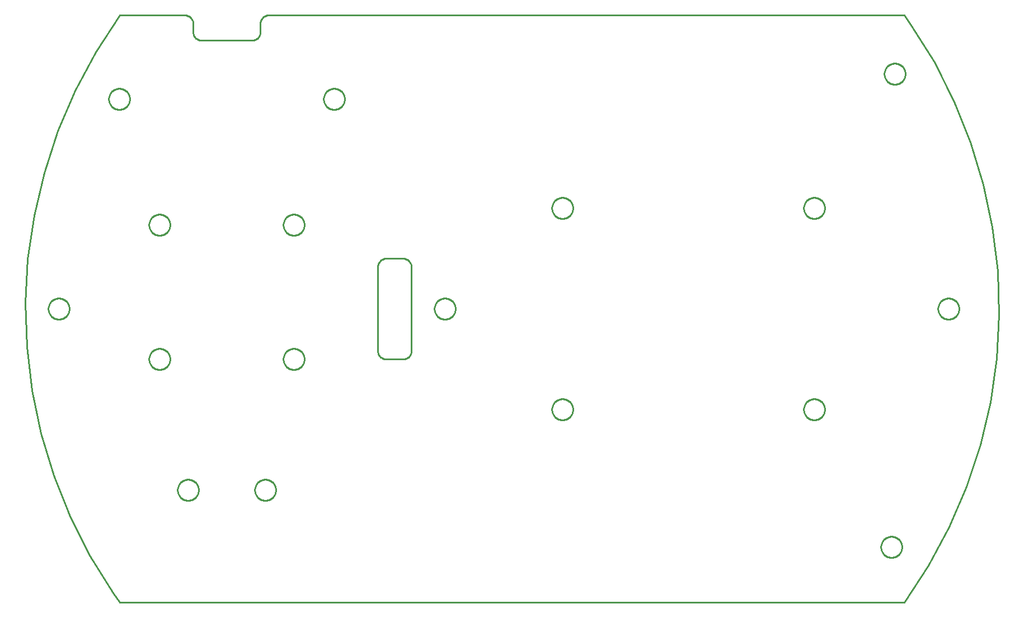
<source format=gbr>
G04 EAGLE Gerber X2 export*
%TF.Part,Single*%
%TF.FileFunction,Profile,NP*%
%TF.FilePolarity,Positive*%
%TF.GenerationSoftware,Autodesk,EAGLE,8.6.0*%
%TF.CreationDate,2018-02-14T08:57:22Z*%
G75*
%MOMM*%
%FSLAX34Y34*%
%LPD*%
%AMOC8*
5,1,8,0,0,1.08239X$1,22.5*%
G01*
%ADD10C,0.254000*%


D10*
X-593598Y-444500D02*
X593598Y-444500D01*
X629983Y-388859D01*
X661381Y-330259D01*
X687551Y-269146D01*
X708296Y-205984D01*
X723457Y-141254D01*
X732918Y-75449D01*
X736608Y-9070D01*
X734499Y57377D01*
X726607Y123389D01*
X712991Y188461D01*
X693756Y252099D01*
X669047Y313818D01*
X639054Y373149D01*
X604003Y429640D01*
X593598Y444500D01*
X-368300Y444500D01*
X-369407Y444452D01*
X-370505Y444307D01*
X-371587Y444067D01*
X-372644Y443734D01*
X-373667Y443310D01*
X-374650Y442799D01*
X-375584Y442203D01*
X-376463Y441529D01*
X-377280Y440780D01*
X-378029Y439963D01*
X-378703Y439084D01*
X-379299Y438150D01*
X-379810Y437167D01*
X-380234Y436144D01*
X-380567Y435087D01*
X-380807Y434005D01*
X-380952Y432907D01*
X-381000Y431800D01*
X-381000Y419100D01*
X-381048Y417993D01*
X-381193Y416895D01*
X-381433Y415813D01*
X-381766Y414756D01*
X-382190Y413733D01*
X-382701Y412750D01*
X-383297Y411816D01*
X-383971Y410937D01*
X-384720Y410120D01*
X-385537Y409371D01*
X-386416Y408697D01*
X-387350Y408101D01*
X-388333Y407590D01*
X-389356Y407166D01*
X-390413Y406833D01*
X-391495Y406593D01*
X-392593Y406448D01*
X-393700Y406400D01*
X-469900Y406400D01*
X-471007Y406448D01*
X-472105Y406593D01*
X-473187Y406833D01*
X-474244Y407166D01*
X-475267Y407590D01*
X-476250Y408101D01*
X-477184Y408697D01*
X-478063Y409371D01*
X-478880Y410120D01*
X-479629Y410937D01*
X-480303Y411816D01*
X-480899Y412750D01*
X-481410Y413733D01*
X-481834Y414756D01*
X-482167Y415813D01*
X-482407Y416895D01*
X-482552Y417993D01*
X-482600Y419100D01*
X-482600Y431800D01*
X-482648Y432907D01*
X-482793Y434005D01*
X-483033Y435087D01*
X-483366Y436144D01*
X-483790Y437167D01*
X-484301Y438150D01*
X-484897Y439084D01*
X-485571Y439963D01*
X-486320Y440780D01*
X-487137Y441529D01*
X-488016Y442203D01*
X-488950Y442799D01*
X-489933Y443310D01*
X-490956Y443734D01*
X-492013Y444067D01*
X-493095Y444307D01*
X-494193Y444452D01*
X-495300Y444500D01*
X-593598Y444500D01*
X-629983Y388859D01*
X-661381Y330259D01*
X-687551Y269146D01*
X-708296Y205984D01*
X-723457Y141254D01*
X-732918Y75449D01*
X-736608Y9070D01*
X-734499Y-57377D01*
X-726607Y-123389D01*
X-712991Y-188461D01*
X-693756Y-252099D01*
X-669047Y-313818D01*
X-639054Y-373149D01*
X-604003Y-429640D01*
X-593598Y-444500D01*
X-203200Y-63500D02*
X-203152Y-64607D01*
X-203007Y-65705D01*
X-202767Y-66787D01*
X-202434Y-67844D01*
X-202010Y-68867D01*
X-201499Y-69850D01*
X-200903Y-70784D01*
X-200229Y-71663D01*
X-199480Y-72480D01*
X-198663Y-73229D01*
X-197784Y-73903D01*
X-196850Y-74499D01*
X-195867Y-75010D01*
X-194844Y-75434D01*
X-193787Y-75767D01*
X-192705Y-76007D01*
X-191607Y-76152D01*
X-190500Y-76200D01*
X-165100Y-76200D01*
X-163993Y-76152D01*
X-162895Y-76007D01*
X-161813Y-75767D01*
X-160756Y-75434D01*
X-159733Y-75010D01*
X-158750Y-74499D01*
X-157816Y-73903D01*
X-156937Y-73229D01*
X-156120Y-72480D01*
X-155371Y-71663D01*
X-154697Y-70784D01*
X-154101Y-69850D01*
X-153590Y-68867D01*
X-153166Y-67844D01*
X-152833Y-66787D01*
X-152593Y-65705D01*
X-152448Y-64607D01*
X-152400Y-63500D01*
X-152400Y63500D01*
X-152448Y64607D01*
X-152593Y65705D01*
X-152833Y66787D01*
X-153166Y67844D01*
X-153590Y68867D01*
X-154101Y69850D01*
X-154697Y70784D01*
X-155371Y71663D01*
X-156120Y72480D01*
X-156937Y73229D01*
X-157816Y73903D01*
X-158750Y74499D01*
X-159733Y75010D01*
X-160756Y75434D01*
X-161813Y75767D01*
X-162895Y76007D01*
X-163993Y76152D01*
X-165100Y76200D01*
X-190500Y76200D01*
X-191607Y76152D01*
X-192705Y76007D01*
X-193787Y75767D01*
X-194844Y75434D01*
X-195867Y75010D01*
X-196850Y74499D01*
X-197784Y73903D01*
X-198663Y73229D01*
X-199480Y72480D01*
X-200229Y71663D01*
X-200903Y70784D01*
X-201499Y69850D01*
X-202010Y68867D01*
X-202434Y67844D01*
X-202767Y66787D01*
X-203007Y65705D01*
X-203152Y64607D01*
X-203200Y63500D01*
X-203200Y-63500D01*
X594995Y355080D02*
X594927Y354043D01*
X594791Y353013D01*
X594589Y351993D01*
X594320Y350989D01*
X593985Y350005D01*
X593588Y349045D01*
X593128Y348113D01*
X592608Y347212D01*
X592031Y346348D01*
X591398Y345524D01*
X590713Y344742D01*
X589978Y344007D01*
X589196Y343322D01*
X588372Y342689D01*
X587508Y342112D01*
X586607Y341592D01*
X585675Y341132D01*
X584715Y340735D01*
X583731Y340400D01*
X582727Y340131D01*
X581707Y339929D01*
X580677Y339793D01*
X579640Y339725D01*
X578600Y339725D01*
X577563Y339793D01*
X576533Y339929D01*
X575513Y340131D01*
X574509Y340400D01*
X573525Y340735D01*
X572565Y341132D01*
X571633Y341592D01*
X570732Y342112D01*
X569868Y342689D01*
X569044Y343322D01*
X568262Y344007D01*
X567527Y344742D01*
X566842Y345524D01*
X566209Y346348D01*
X565632Y347212D01*
X565112Y348113D01*
X564652Y349045D01*
X564255Y350005D01*
X563920Y350989D01*
X563651Y351993D01*
X563449Y353013D01*
X563313Y354043D01*
X563245Y355080D01*
X563245Y356120D01*
X563313Y357157D01*
X563449Y358187D01*
X563651Y359207D01*
X563920Y360211D01*
X564255Y361195D01*
X564652Y362155D01*
X565112Y363087D01*
X565632Y363988D01*
X566209Y364852D01*
X566842Y365676D01*
X567527Y366458D01*
X568262Y367193D01*
X569044Y367878D01*
X569868Y368511D01*
X570732Y369088D01*
X571633Y369608D01*
X572565Y370068D01*
X573525Y370465D01*
X574509Y370800D01*
X575513Y371069D01*
X576533Y371271D01*
X577563Y371407D01*
X578600Y371475D01*
X579640Y371475D01*
X580677Y371407D01*
X581707Y371271D01*
X582727Y371069D01*
X583731Y370800D01*
X584715Y370465D01*
X585675Y370068D01*
X586607Y369608D01*
X587508Y369088D01*
X588372Y368511D01*
X589196Y367878D01*
X589978Y367193D01*
X590713Y366458D01*
X591398Y365676D01*
X592031Y364852D01*
X592608Y363988D01*
X593128Y363087D01*
X593588Y362155D01*
X593985Y361195D01*
X594320Y360211D01*
X594589Y359207D01*
X594791Y358187D01*
X594927Y357157D01*
X594995Y356120D01*
X594995Y355080D01*
X589915Y-361200D02*
X589847Y-362237D01*
X589711Y-363267D01*
X589509Y-364287D01*
X589240Y-365291D01*
X588905Y-366275D01*
X588508Y-367235D01*
X588048Y-368167D01*
X587528Y-369068D01*
X586951Y-369932D01*
X586318Y-370756D01*
X585633Y-371538D01*
X584898Y-372273D01*
X584116Y-372958D01*
X583292Y-373591D01*
X582428Y-374168D01*
X581527Y-374688D01*
X580595Y-375148D01*
X579635Y-375545D01*
X578651Y-375880D01*
X577647Y-376149D01*
X576627Y-376351D01*
X575597Y-376487D01*
X574560Y-376555D01*
X573520Y-376555D01*
X572483Y-376487D01*
X571453Y-376351D01*
X570433Y-376149D01*
X569429Y-375880D01*
X568445Y-375545D01*
X567485Y-375148D01*
X566553Y-374688D01*
X565652Y-374168D01*
X564788Y-373591D01*
X563964Y-372958D01*
X563182Y-372273D01*
X562447Y-371538D01*
X561762Y-370756D01*
X561129Y-369932D01*
X560552Y-369068D01*
X560032Y-368167D01*
X559572Y-367235D01*
X559175Y-366275D01*
X558840Y-365291D01*
X558571Y-364287D01*
X558369Y-363267D01*
X558233Y-362237D01*
X558165Y-361200D01*
X558165Y-360160D01*
X558233Y-359123D01*
X558369Y-358093D01*
X558571Y-357073D01*
X558840Y-356069D01*
X559175Y-355085D01*
X559572Y-354125D01*
X560032Y-353193D01*
X560552Y-352292D01*
X561129Y-351428D01*
X561762Y-350604D01*
X562447Y-349822D01*
X563182Y-349087D01*
X563964Y-348402D01*
X564788Y-347769D01*
X565652Y-347192D01*
X566553Y-346672D01*
X567485Y-346212D01*
X568445Y-345815D01*
X569429Y-345480D01*
X570433Y-345211D01*
X571453Y-345009D01*
X572483Y-344873D01*
X573520Y-344805D01*
X574560Y-344805D01*
X575597Y-344873D01*
X576627Y-345009D01*
X577647Y-345211D01*
X578651Y-345480D01*
X579635Y-345815D01*
X580595Y-346212D01*
X581527Y-346672D01*
X582428Y-347192D01*
X583292Y-347769D01*
X584116Y-348402D01*
X584898Y-349087D01*
X585633Y-349822D01*
X586318Y-350604D01*
X586951Y-351428D01*
X587528Y-352292D01*
X588048Y-353193D01*
X588508Y-354125D01*
X588905Y-355085D01*
X589240Y-356069D01*
X589509Y-357073D01*
X589711Y-358093D01*
X589847Y-359123D01*
X589915Y-360160D01*
X589915Y-361200D01*
X-669925Y-520D02*
X-669993Y-1557D01*
X-670129Y-2587D01*
X-670331Y-3607D01*
X-670600Y-4611D01*
X-670935Y-5595D01*
X-671332Y-6555D01*
X-671792Y-7487D01*
X-672312Y-8388D01*
X-672889Y-9252D01*
X-673522Y-10076D01*
X-674207Y-10858D01*
X-674942Y-11593D01*
X-675724Y-12278D01*
X-676548Y-12911D01*
X-677412Y-13488D01*
X-678313Y-14008D01*
X-679245Y-14468D01*
X-680205Y-14865D01*
X-681189Y-15200D01*
X-682193Y-15469D01*
X-683213Y-15671D01*
X-684243Y-15807D01*
X-685280Y-15875D01*
X-686320Y-15875D01*
X-687357Y-15807D01*
X-688387Y-15671D01*
X-689407Y-15469D01*
X-690411Y-15200D01*
X-691395Y-14865D01*
X-692355Y-14468D01*
X-693287Y-14008D01*
X-694188Y-13488D01*
X-695052Y-12911D01*
X-695876Y-12278D01*
X-696658Y-11593D01*
X-697393Y-10858D01*
X-698078Y-10076D01*
X-698711Y-9252D01*
X-699288Y-8388D01*
X-699808Y-7487D01*
X-700268Y-6555D01*
X-700665Y-5595D01*
X-701000Y-4611D01*
X-701269Y-3607D01*
X-701471Y-2587D01*
X-701607Y-1557D01*
X-701675Y-520D01*
X-701675Y520D01*
X-701607Y1557D01*
X-701471Y2587D01*
X-701269Y3607D01*
X-701000Y4611D01*
X-700665Y5595D01*
X-700268Y6555D01*
X-699808Y7487D01*
X-699288Y8388D01*
X-698711Y9252D01*
X-698078Y10076D01*
X-697393Y10858D01*
X-696658Y11593D01*
X-695876Y12278D01*
X-695052Y12911D01*
X-694188Y13488D01*
X-693287Y14008D01*
X-692355Y14468D01*
X-691395Y14865D01*
X-690411Y15200D01*
X-689407Y15469D01*
X-688387Y15671D01*
X-687357Y15807D01*
X-686320Y15875D01*
X-685280Y15875D01*
X-684243Y15807D01*
X-683213Y15671D01*
X-682193Y15469D01*
X-681189Y15200D01*
X-680205Y14865D01*
X-679245Y14468D01*
X-678313Y14008D01*
X-677412Y13488D01*
X-676548Y12911D01*
X-675724Y12278D01*
X-674942Y11593D01*
X-674207Y10858D01*
X-673522Y10076D01*
X-672889Y9252D01*
X-672312Y8388D01*
X-671792Y7487D01*
X-671332Y6555D01*
X-670935Y5595D01*
X-670600Y4611D01*
X-670331Y3607D01*
X-670129Y2587D01*
X-669993Y1557D01*
X-669925Y520D01*
X-669925Y-520D01*
X-474345Y-274840D02*
X-474413Y-275877D01*
X-474549Y-276907D01*
X-474751Y-277927D01*
X-475020Y-278931D01*
X-475355Y-279915D01*
X-475752Y-280875D01*
X-476212Y-281807D01*
X-476732Y-282708D01*
X-477309Y-283572D01*
X-477942Y-284396D01*
X-478627Y-285178D01*
X-479362Y-285913D01*
X-480144Y-286598D01*
X-480968Y-287231D01*
X-481832Y-287808D01*
X-482733Y-288328D01*
X-483665Y-288788D01*
X-484625Y-289185D01*
X-485609Y-289520D01*
X-486613Y-289789D01*
X-487633Y-289991D01*
X-488663Y-290127D01*
X-489700Y-290195D01*
X-490740Y-290195D01*
X-491777Y-290127D01*
X-492807Y-289991D01*
X-493827Y-289789D01*
X-494831Y-289520D01*
X-495815Y-289185D01*
X-496775Y-288788D01*
X-497707Y-288328D01*
X-498608Y-287808D01*
X-499472Y-287231D01*
X-500296Y-286598D01*
X-501078Y-285913D01*
X-501813Y-285178D01*
X-502498Y-284396D01*
X-503131Y-283572D01*
X-503708Y-282708D01*
X-504228Y-281807D01*
X-504688Y-280875D01*
X-505085Y-279915D01*
X-505420Y-278931D01*
X-505689Y-277927D01*
X-505891Y-276907D01*
X-506027Y-275877D01*
X-506095Y-274840D01*
X-506095Y-273800D01*
X-506027Y-272763D01*
X-505891Y-271733D01*
X-505689Y-270713D01*
X-505420Y-269709D01*
X-505085Y-268725D01*
X-504688Y-267765D01*
X-504228Y-266833D01*
X-503708Y-265932D01*
X-503131Y-265068D01*
X-502498Y-264244D01*
X-501813Y-263462D01*
X-501078Y-262727D01*
X-500296Y-262042D01*
X-499472Y-261409D01*
X-498608Y-260832D01*
X-497707Y-260312D01*
X-496775Y-259852D01*
X-495815Y-259455D01*
X-494831Y-259120D01*
X-493827Y-258851D01*
X-492807Y-258649D01*
X-491777Y-258513D01*
X-490740Y-258445D01*
X-489700Y-258445D01*
X-488663Y-258513D01*
X-487633Y-258649D01*
X-486613Y-258851D01*
X-485609Y-259120D01*
X-484625Y-259455D01*
X-483665Y-259852D01*
X-482733Y-260312D01*
X-481832Y-260832D01*
X-480968Y-261409D01*
X-480144Y-262042D01*
X-479362Y-262727D01*
X-478627Y-263462D01*
X-477942Y-264244D01*
X-477309Y-265068D01*
X-476732Y-265932D01*
X-476212Y-266833D01*
X-475752Y-267765D01*
X-475355Y-268725D01*
X-475020Y-269709D01*
X-474751Y-270713D01*
X-474549Y-271733D01*
X-474413Y-272763D01*
X-474345Y-273800D01*
X-474345Y-274840D01*
X-357505Y-274840D02*
X-357573Y-275877D01*
X-357709Y-276907D01*
X-357911Y-277927D01*
X-358180Y-278931D01*
X-358515Y-279915D01*
X-358912Y-280875D01*
X-359372Y-281807D01*
X-359892Y-282708D01*
X-360469Y-283572D01*
X-361102Y-284396D01*
X-361787Y-285178D01*
X-362522Y-285913D01*
X-363304Y-286598D01*
X-364128Y-287231D01*
X-364992Y-287808D01*
X-365893Y-288328D01*
X-366825Y-288788D01*
X-367785Y-289185D01*
X-368769Y-289520D01*
X-369773Y-289789D01*
X-370793Y-289991D01*
X-371823Y-290127D01*
X-372860Y-290195D01*
X-373900Y-290195D01*
X-374937Y-290127D01*
X-375967Y-289991D01*
X-376987Y-289789D01*
X-377991Y-289520D01*
X-378975Y-289185D01*
X-379935Y-288788D01*
X-380867Y-288328D01*
X-381768Y-287808D01*
X-382632Y-287231D01*
X-383456Y-286598D01*
X-384238Y-285913D01*
X-384973Y-285178D01*
X-385658Y-284396D01*
X-386291Y-283572D01*
X-386868Y-282708D01*
X-387388Y-281807D01*
X-387848Y-280875D01*
X-388245Y-279915D01*
X-388580Y-278931D01*
X-388849Y-277927D01*
X-389051Y-276907D01*
X-389187Y-275877D01*
X-389255Y-274840D01*
X-389255Y-273800D01*
X-389187Y-272763D01*
X-389051Y-271733D01*
X-388849Y-270713D01*
X-388580Y-269709D01*
X-388245Y-268725D01*
X-387848Y-267765D01*
X-387388Y-266833D01*
X-386868Y-265932D01*
X-386291Y-265068D01*
X-385658Y-264244D01*
X-384973Y-263462D01*
X-384238Y-262727D01*
X-383456Y-262042D01*
X-382632Y-261409D01*
X-381768Y-260832D01*
X-380867Y-260312D01*
X-379935Y-259852D01*
X-378975Y-259455D01*
X-377991Y-259120D01*
X-376987Y-258851D01*
X-375967Y-258649D01*
X-374937Y-258513D01*
X-373900Y-258445D01*
X-372860Y-258445D01*
X-371823Y-258513D01*
X-370793Y-258649D01*
X-369773Y-258851D01*
X-368769Y-259120D01*
X-367785Y-259455D01*
X-366825Y-259852D01*
X-365893Y-260312D01*
X-364992Y-260832D01*
X-364128Y-261409D01*
X-363304Y-262042D01*
X-362522Y-262727D01*
X-361787Y-263462D01*
X-361102Y-264244D01*
X-360469Y-265068D01*
X-359892Y-265932D01*
X-359372Y-266833D01*
X-358912Y-267765D01*
X-358515Y-268725D01*
X-358180Y-269709D01*
X-357911Y-270713D01*
X-357709Y-271733D01*
X-357573Y-272763D01*
X-357505Y-273800D01*
X-357505Y-274840D01*
X-253365Y316980D02*
X-253433Y315943D01*
X-253569Y314913D01*
X-253771Y313893D01*
X-254040Y312889D01*
X-254375Y311905D01*
X-254772Y310945D01*
X-255232Y310013D01*
X-255752Y309112D01*
X-256329Y308248D01*
X-256962Y307424D01*
X-257647Y306642D01*
X-258382Y305907D01*
X-259164Y305222D01*
X-259988Y304589D01*
X-260852Y304012D01*
X-261753Y303492D01*
X-262685Y303032D01*
X-263645Y302635D01*
X-264629Y302300D01*
X-265633Y302031D01*
X-266653Y301829D01*
X-267683Y301693D01*
X-268720Y301625D01*
X-269760Y301625D01*
X-270797Y301693D01*
X-271827Y301829D01*
X-272847Y302031D01*
X-273851Y302300D01*
X-274835Y302635D01*
X-275795Y303032D01*
X-276727Y303492D01*
X-277628Y304012D01*
X-278492Y304589D01*
X-279316Y305222D01*
X-280098Y305907D01*
X-280833Y306642D01*
X-281518Y307424D01*
X-282151Y308248D01*
X-282728Y309112D01*
X-283248Y310013D01*
X-283708Y310945D01*
X-284105Y311905D01*
X-284440Y312889D01*
X-284709Y313893D01*
X-284911Y314913D01*
X-285047Y315943D01*
X-285115Y316980D01*
X-285115Y318020D01*
X-285047Y319057D01*
X-284911Y320087D01*
X-284709Y321107D01*
X-284440Y322111D01*
X-284105Y323095D01*
X-283708Y324055D01*
X-283248Y324987D01*
X-282728Y325888D01*
X-282151Y326752D01*
X-281518Y327576D01*
X-280833Y328358D01*
X-280098Y329093D01*
X-279316Y329778D01*
X-278492Y330411D01*
X-277628Y330988D01*
X-276727Y331508D01*
X-275795Y331968D01*
X-274835Y332365D01*
X-273851Y332700D01*
X-272847Y332969D01*
X-271827Y333171D01*
X-270797Y333307D01*
X-269760Y333375D01*
X-268720Y333375D01*
X-267683Y333307D01*
X-266653Y333171D01*
X-265633Y332969D01*
X-264629Y332700D01*
X-263645Y332365D01*
X-262685Y331968D01*
X-261753Y331508D01*
X-260852Y330988D01*
X-259988Y330411D01*
X-259164Y329778D01*
X-258382Y329093D01*
X-257647Y328358D01*
X-256962Y327576D01*
X-256329Y326752D01*
X-255752Y325888D01*
X-255232Y324987D01*
X-254772Y324055D01*
X-254375Y323095D01*
X-254040Y322111D01*
X-253771Y321107D01*
X-253569Y320087D01*
X-253433Y319057D01*
X-253365Y318020D01*
X-253365Y316980D01*
X-578485Y316980D02*
X-578553Y315943D01*
X-578689Y314913D01*
X-578891Y313893D01*
X-579160Y312889D01*
X-579495Y311905D01*
X-579892Y310945D01*
X-580352Y310013D01*
X-580872Y309112D01*
X-581449Y308248D01*
X-582082Y307424D01*
X-582767Y306642D01*
X-583502Y305907D01*
X-584284Y305222D01*
X-585108Y304589D01*
X-585972Y304012D01*
X-586873Y303492D01*
X-587805Y303032D01*
X-588765Y302635D01*
X-589749Y302300D01*
X-590753Y302031D01*
X-591773Y301829D01*
X-592803Y301693D01*
X-593840Y301625D01*
X-594880Y301625D01*
X-595917Y301693D01*
X-596947Y301829D01*
X-597967Y302031D01*
X-598971Y302300D01*
X-599955Y302635D01*
X-600915Y303032D01*
X-601847Y303492D01*
X-602748Y304012D01*
X-603612Y304589D01*
X-604436Y305222D01*
X-605218Y305907D01*
X-605953Y306642D01*
X-606638Y307424D01*
X-607271Y308248D01*
X-607848Y309112D01*
X-608368Y310013D01*
X-608828Y310945D01*
X-609225Y311905D01*
X-609560Y312889D01*
X-609829Y313893D01*
X-610031Y314913D01*
X-610167Y315943D01*
X-610235Y316980D01*
X-610235Y318020D01*
X-610167Y319057D01*
X-610031Y320087D01*
X-609829Y321107D01*
X-609560Y322111D01*
X-609225Y323095D01*
X-608828Y324055D01*
X-608368Y324987D01*
X-607848Y325888D01*
X-607271Y326752D01*
X-606638Y327576D01*
X-605953Y328358D01*
X-605218Y329093D01*
X-604436Y329778D01*
X-603612Y330411D01*
X-602748Y330988D01*
X-601847Y331508D01*
X-600915Y331968D01*
X-599955Y332365D01*
X-598971Y332700D01*
X-597967Y332969D01*
X-596947Y333171D01*
X-595917Y333307D01*
X-594880Y333375D01*
X-593840Y333375D01*
X-592803Y333307D01*
X-591773Y333171D01*
X-590753Y332969D01*
X-589749Y332700D01*
X-588765Y332365D01*
X-587805Y331968D01*
X-586873Y331508D01*
X-585972Y330988D01*
X-585108Y330411D01*
X-584284Y329778D01*
X-583502Y329093D01*
X-582767Y328358D01*
X-582082Y327576D01*
X-581449Y326752D01*
X-580872Y325888D01*
X-580352Y324987D01*
X-579892Y324055D01*
X-579495Y323095D01*
X-579160Y322111D01*
X-578891Y321107D01*
X-578689Y320087D01*
X-578553Y319057D01*
X-578485Y318020D01*
X-578485Y316980D01*
X-85725Y-520D02*
X-85793Y-1557D01*
X-85929Y-2587D01*
X-86131Y-3607D01*
X-86400Y-4611D01*
X-86735Y-5595D01*
X-87132Y-6555D01*
X-87592Y-7487D01*
X-88112Y-8388D01*
X-88689Y-9252D01*
X-89322Y-10076D01*
X-90007Y-10858D01*
X-90742Y-11593D01*
X-91524Y-12278D01*
X-92348Y-12911D01*
X-93212Y-13488D01*
X-94113Y-14008D01*
X-95045Y-14468D01*
X-96005Y-14865D01*
X-96989Y-15200D01*
X-97993Y-15469D01*
X-99013Y-15671D01*
X-100043Y-15807D01*
X-101080Y-15875D01*
X-102120Y-15875D01*
X-103157Y-15807D01*
X-104187Y-15671D01*
X-105207Y-15469D01*
X-106211Y-15200D01*
X-107195Y-14865D01*
X-108155Y-14468D01*
X-109087Y-14008D01*
X-109988Y-13488D01*
X-110852Y-12911D01*
X-111676Y-12278D01*
X-112458Y-11593D01*
X-113193Y-10858D01*
X-113878Y-10076D01*
X-114511Y-9252D01*
X-115088Y-8388D01*
X-115608Y-7487D01*
X-116068Y-6555D01*
X-116465Y-5595D01*
X-116800Y-4611D01*
X-117069Y-3607D01*
X-117271Y-2587D01*
X-117407Y-1557D01*
X-117475Y-520D01*
X-117475Y520D01*
X-117407Y1557D01*
X-117271Y2587D01*
X-117069Y3607D01*
X-116800Y4611D01*
X-116465Y5595D01*
X-116068Y6555D01*
X-115608Y7487D01*
X-115088Y8388D01*
X-114511Y9252D01*
X-113878Y10076D01*
X-113193Y10858D01*
X-112458Y11593D01*
X-111676Y12278D01*
X-110852Y12911D01*
X-109988Y13488D01*
X-109087Y14008D01*
X-108155Y14468D01*
X-107195Y14865D01*
X-106211Y15200D01*
X-105207Y15469D01*
X-104187Y15671D01*
X-103157Y15807D01*
X-102120Y15875D01*
X-101080Y15875D01*
X-100043Y15807D01*
X-99013Y15671D01*
X-97993Y15469D01*
X-96989Y15200D01*
X-96005Y14865D01*
X-95045Y14468D01*
X-94113Y14008D01*
X-93212Y13488D01*
X-92348Y12911D01*
X-91524Y12278D01*
X-90742Y11593D01*
X-90007Y10858D01*
X-89322Y10076D01*
X-88689Y9252D01*
X-88112Y8388D01*
X-87592Y7487D01*
X-87132Y6555D01*
X-86735Y5595D01*
X-86400Y4611D01*
X-86131Y3607D01*
X-85929Y2587D01*
X-85793Y1557D01*
X-85725Y520D01*
X-85725Y-520D01*
X676275Y-520D02*
X676207Y-1557D01*
X676071Y-2587D01*
X675869Y-3607D01*
X675600Y-4611D01*
X675265Y-5595D01*
X674868Y-6555D01*
X674408Y-7487D01*
X673888Y-8388D01*
X673311Y-9252D01*
X672678Y-10076D01*
X671993Y-10858D01*
X671258Y-11593D01*
X670476Y-12278D01*
X669652Y-12911D01*
X668788Y-13488D01*
X667887Y-14008D01*
X666955Y-14468D01*
X665995Y-14865D01*
X665011Y-15200D01*
X664007Y-15469D01*
X662987Y-15671D01*
X661957Y-15807D01*
X660920Y-15875D01*
X659880Y-15875D01*
X658843Y-15807D01*
X657813Y-15671D01*
X656793Y-15469D01*
X655789Y-15200D01*
X654805Y-14865D01*
X653845Y-14468D01*
X652913Y-14008D01*
X652012Y-13488D01*
X651148Y-12911D01*
X650324Y-12278D01*
X649542Y-11593D01*
X648807Y-10858D01*
X648122Y-10076D01*
X647489Y-9252D01*
X646912Y-8388D01*
X646392Y-7487D01*
X645932Y-6555D01*
X645535Y-5595D01*
X645200Y-4611D01*
X644931Y-3607D01*
X644729Y-2587D01*
X644593Y-1557D01*
X644525Y-520D01*
X644525Y520D01*
X644593Y1557D01*
X644729Y2587D01*
X644931Y3607D01*
X645200Y4611D01*
X645535Y5595D01*
X645932Y6555D01*
X646392Y7487D01*
X646912Y8388D01*
X647489Y9252D01*
X648122Y10076D01*
X648807Y10858D01*
X649542Y11593D01*
X650324Y12278D01*
X651148Y12911D01*
X652012Y13488D01*
X652913Y14008D01*
X653845Y14468D01*
X654805Y14865D01*
X655789Y15200D01*
X656793Y15469D01*
X657813Y15671D01*
X658843Y15807D01*
X659880Y15875D01*
X660920Y15875D01*
X661957Y15807D01*
X662987Y15671D01*
X664007Y15469D01*
X665011Y15200D01*
X665995Y14865D01*
X666955Y14468D01*
X667887Y14008D01*
X668788Y13488D01*
X669652Y12911D01*
X670476Y12278D01*
X671258Y11593D01*
X671993Y10858D01*
X672678Y10076D01*
X673311Y9252D01*
X673888Y8388D01*
X674408Y7487D01*
X674868Y6555D01*
X675265Y5595D01*
X675600Y4611D01*
X675869Y3607D01*
X676071Y2587D01*
X676207Y1557D01*
X676275Y520D01*
X676275Y-520D01*
X92075Y151880D02*
X92007Y150843D01*
X91871Y149813D01*
X91669Y148793D01*
X91400Y147789D01*
X91065Y146805D01*
X90668Y145845D01*
X90208Y144913D01*
X89688Y144012D01*
X89111Y143148D01*
X88478Y142324D01*
X87793Y141542D01*
X87058Y140807D01*
X86276Y140122D01*
X85452Y139489D01*
X84588Y138912D01*
X83687Y138392D01*
X82755Y137932D01*
X81795Y137535D01*
X80811Y137200D01*
X79807Y136931D01*
X78787Y136729D01*
X77757Y136593D01*
X76720Y136525D01*
X75680Y136525D01*
X74643Y136593D01*
X73613Y136729D01*
X72593Y136931D01*
X71589Y137200D01*
X70605Y137535D01*
X69645Y137932D01*
X68713Y138392D01*
X67812Y138912D01*
X66948Y139489D01*
X66124Y140122D01*
X65342Y140807D01*
X64607Y141542D01*
X63922Y142324D01*
X63289Y143148D01*
X62712Y144012D01*
X62192Y144913D01*
X61732Y145845D01*
X61335Y146805D01*
X61000Y147789D01*
X60731Y148793D01*
X60529Y149813D01*
X60393Y150843D01*
X60325Y151880D01*
X60325Y152920D01*
X60393Y153957D01*
X60529Y154987D01*
X60731Y156007D01*
X61000Y157011D01*
X61335Y157995D01*
X61732Y158955D01*
X62192Y159887D01*
X62712Y160788D01*
X63289Y161652D01*
X63922Y162476D01*
X64607Y163258D01*
X65342Y163993D01*
X66124Y164678D01*
X66948Y165311D01*
X67812Y165888D01*
X68713Y166408D01*
X69645Y166868D01*
X70605Y167265D01*
X71589Y167600D01*
X72593Y167869D01*
X73613Y168071D01*
X74643Y168207D01*
X75680Y168275D01*
X76720Y168275D01*
X77757Y168207D01*
X78787Y168071D01*
X79807Y167869D01*
X80811Y167600D01*
X81795Y167265D01*
X82755Y166868D01*
X83687Y166408D01*
X84588Y165888D01*
X85452Y165311D01*
X86276Y164678D01*
X87058Y163993D01*
X87793Y163258D01*
X88478Y162476D01*
X89111Y161652D01*
X89688Y160788D01*
X90208Y159887D01*
X90668Y158955D01*
X91065Y157995D01*
X91400Y157011D01*
X91669Y156007D01*
X91871Y154987D01*
X92007Y153957D01*
X92075Y152920D01*
X92075Y151880D01*
X92075Y-152920D02*
X92007Y-153957D01*
X91871Y-154987D01*
X91669Y-156007D01*
X91400Y-157011D01*
X91065Y-157995D01*
X90668Y-158955D01*
X90208Y-159887D01*
X89688Y-160788D01*
X89111Y-161652D01*
X88478Y-162476D01*
X87793Y-163258D01*
X87058Y-163993D01*
X86276Y-164678D01*
X85452Y-165311D01*
X84588Y-165888D01*
X83687Y-166408D01*
X82755Y-166868D01*
X81795Y-167265D01*
X80811Y-167600D01*
X79807Y-167869D01*
X78787Y-168071D01*
X77757Y-168207D01*
X76720Y-168275D01*
X75680Y-168275D01*
X74643Y-168207D01*
X73613Y-168071D01*
X72593Y-167869D01*
X71589Y-167600D01*
X70605Y-167265D01*
X69645Y-166868D01*
X68713Y-166408D01*
X67812Y-165888D01*
X66948Y-165311D01*
X66124Y-164678D01*
X65342Y-163993D01*
X64607Y-163258D01*
X63922Y-162476D01*
X63289Y-161652D01*
X62712Y-160788D01*
X62192Y-159887D01*
X61732Y-158955D01*
X61335Y-157995D01*
X61000Y-157011D01*
X60731Y-156007D01*
X60529Y-154987D01*
X60393Y-153957D01*
X60325Y-152920D01*
X60325Y-151880D01*
X60393Y-150843D01*
X60529Y-149813D01*
X60731Y-148793D01*
X61000Y-147789D01*
X61335Y-146805D01*
X61732Y-145845D01*
X62192Y-144913D01*
X62712Y-144012D01*
X63289Y-143148D01*
X63922Y-142324D01*
X64607Y-141542D01*
X65342Y-140807D01*
X66124Y-140122D01*
X66948Y-139489D01*
X67812Y-138912D01*
X68713Y-138392D01*
X69645Y-137932D01*
X70605Y-137535D01*
X71589Y-137200D01*
X72593Y-136931D01*
X73613Y-136729D01*
X74643Y-136593D01*
X75680Y-136525D01*
X76720Y-136525D01*
X77757Y-136593D01*
X78787Y-136729D01*
X79807Y-136931D01*
X80811Y-137200D01*
X81795Y-137535D01*
X82755Y-137932D01*
X83687Y-138392D01*
X84588Y-138912D01*
X85452Y-139489D01*
X86276Y-140122D01*
X87058Y-140807D01*
X87793Y-141542D01*
X88478Y-142324D01*
X89111Y-143148D01*
X89688Y-144012D01*
X90208Y-144913D01*
X90668Y-145845D01*
X91065Y-146805D01*
X91400Y-147789D01*
X91669Y-148793D01*
X91871Y-149813D01*
X92007Y-150843D01*
X92075Y-151880D01*
X92075Y-152920D01*
X473075Y151880D02*
X473007Y150843D01*
X472871Y149813D01*
X472669Y148793D01*
X472400Y147789D01*
X472065Y146805D01*
X471668Y145845D01*
X471208Y144913D01*
X470688Y144012D01*
X470111Y143148D01*
X469478Y142324D01*
X468793Y141542D01*
X468058Y140807D01*
X467276Y140122D01*
X466452Y139489D01*
X465588Y138912D01*
X464687Y138392D01*
X463755Y137932D01*
X462795Y137535D01*
X461811Y137200D01*
X460807Y136931D01*
X459787Y136729D01*
X458757Y136593D01*
X457720Y136525D01*
X456680Y136525D01*
X455643Y136593D01*
X454613Y136729D01*
X453593Y136931D01*
X452589Y137200D01*
X451605Y137535D01*
X450645Y137932D01*
X449713Y138392D01*
X448812Y138912D01*
X447948Y139489D01*
X447124Y140122D01*
X446342Y140807D01*
X445607Y141542D01*
X444922Y142324D01*
X444289Y143148D01*
X443712Y144012D01*
X443192Y144913D01*
X442732Y145845D01*
X442335Y146805D01*
X442000Y147789D01*
X441731Y148793D01*
X441529Y149813D01*
X441393Y150843D01*
X441325Y151880D01*
X441325Y152920D01*
X441393Y153957D01*
X441529Y154987D01*
X441731Y156007D01*
X442000Y157011D01*
X442335Y157995D01*
X442732Y158955D01*
X443192Y159887D01*
X443712Y160788D01*
X444289Y161652D01*
X444922Y162476D01*
X445607Y163258D01*
X446342Y163993D01*
X447124Y164678D01*
X447948Y165311D01*
X448812Y165888D01*
X449713Y166408D01*
X450645Y166868D01*
X451605Y167265D01*
X452589Y167600D01*
X453593Y167869D01*
X454613Y168071D01*
X455643Y168207D01*
X456680Y168275D01*
X457720Y168275D01*
X458757Y168207D01*
X459787Y168071D01*
X460807Y167869D01*
X461811Y167600D01*
X462795Y167265D01*
X463755Y166868D01*
X464687Y166408D01*
X465588Y165888D01*
X466452Y165311D01*
X467276Y164678D01*
X468058Y163993D01*
X468793Y163258D01*
X469478Y162476D01*
X470111Y161652D01*
X470688Y160788D01*
X471208Y159887D01*
X471668Y158955D01*
X472065Y157995D01*
X472400Y157011D01*
X472669Y156007D01*
X472871Y154987D01*
X473007Y153957D01*
X473075Y152920D01*
X473075Y151880D01*
X473075Y-152920D02*
X473007Y-153957D01*
X472871Y-154987D01*
X472669Y-156007D01*
X472400Y-157011D01*
X472065Y-157995D01*
X471668Y-158955D01*
X471208Y-159887D01*
X470688Y-160788D01*
X470111Y-161652D01*
X469478Y-162476D01*
X468793Y-163258D01*
X468058Y-163993D01*
X467276Y-164678D01*
X466452Y-165311D01*
X465588Y-165888D01*
X464687Y-166408D01*
X463755Y-166868D01*
X462795Y-167265D01*
X461811Y-167600D01*
X460807Y-167869D01*
X459787Y-168071D01*
X458757Y-168207D01*
X457720Y-168275D01*
X456680Y-168275D01*
X455643Y-168207D01*
X454613Y-168071D01*
X453593Y-167869D01*
X452589Y-167600D01*
X451605Y-167265D01*
X450645Y-166868D01*
X449713Y-166408D01*
X448812Y-165888D01*
X447948Y-165311D01*
X447124Y-164678D01*
X446342Y-163993D01*
X445607Y-163258D01*
X444922Y-162476D01*
X444289Y-161652D01*
X443712Y-160788D01*
X443192Y-159887D01*
X442732Y-158955D01*
X442335Y-157995D01*
X442000Y-157011D01*
X441731Y-156007D01*
X441529Y-154987D01*
X441393Y-153957D01*
X441325Y-152920D01*
X441325Y-151880D01*
X441393Y-150843D01*
X441529Y-149813D01*
X441731Y-148793D01*
X442000Y-147789D01*
X442335Y-146805D01*
X442732Y-145845D01*
X443192Y-144913D01*
X443712Y-144012D01*
X444289Y-143148D01*
X444922Y-142324D01*
X445607Y-141542D01*
X446342Y-140807D01*
X447124Y-140122D01*
X447948Y-139489D01*
X448812Y-138912D01*
X449713Y-138392D01*
X450645Y-137932D01*
X451605Y-137535D01*
X452589Y-137200D01*
X453593Y-136931D01*
X454613Y-136729D01*
X455643Y-136593D01*
X456680Y-136525D01*
X457720Y-136525D01*
X458757Y-136593D01*
X459787Y-136729D01*
X460807Y-136931D01*
X461811Y-137200D01*
X462795Y-137535D01*
X463755Y-137932D01*
X464687Y-138392D01*
X465588Y-138912D01*
X466452Y-139489D01*
X467276Y-140122D01*
X468058Y-140807D01*
X468793Y-141542D01*
X469478Y-142324D01*
X470111Y-143148D01*
X470688Y-144012D01*
X471208Y-144913D01*
X471668Y-145845D01*
X472065Y-146805D01*
X472400Y-147789D01*
X472669Y-148793D01*
X472871Y-149813D01*
X473007Y-150843D01*
X473075Y-151880D01*
X473075Y-152920D01*
X-314325Y126480D02*
X-314393Y125443D01*
X-314529Y124413D01*
X-314731Y123393D01*
X-315000Y122389D01*
X-315335Y121405D01*
X-315732Y120445D01*
X-316192Y119513D01*
X-316712Y118612D01*
X-317289Y117748D01*
X-317922Y116924D01*
X-318607Y116142D01*
X-319342Y115407D01*
X-320124Y114722D01*
X-320948Y114089D01*
X-321812Y113512D01*
X-322713Y112992D01*
X-323645Y112532D01*
X-324605Y112135D01*
X-325589Y111800D01*
X-326593Y111531D01*
X-327613Y111329D01*
X-328643Y111193D01*
X-329680Y111125D01*
X-330720Y111125D01*
X-331757Y111193D01*
X-332787Y111329D01*
X-333807Y111531D01*
X-334811Y111800D01*
X-335795Y112135D01*
X-336755Y112532D01*
X-337687Y112992D01*
X-338588Y113512D01*
X-339452Y114089D01*
X-340276Y114722D01*
X-341058Y115407D01*
X-341793Y116142D01*
X-342478Y116924D01*
X-343111Y117748D01*
X-343688Y118612D01*
X-344208Y119513D01*
X-344668Y120445D01*
X-345065Y121405D01*
X-345400Y122389D01*
X-345669Y123393D01*
X-345871Y124413D01*
X-346007Y125443D01*
X-346075Y126480D01*
X-346075Y127520D01*
X-346007Y128557D01*
X-345871Y129587D01*
X-345669Y130607D01*
X-345400Y131611D01*
X-345065Y132595D01*
X-344668Y133555D01*
X-344208Y134487D01*
X-343688Y135388D01*
X-343111Y136252D01*
X-342478Y137076D01*
X-341793Y137858D01*
X-341058Y138593D01*
X-340276Y139278D01*
X-339452Y139911D01*
X-338588Y140488D01*
X-337687Y141008D01*
X-336755Y141468D01*
X-335795Y141865D01*
X-334811Y142200D01*
X-333807Y142469D01*
X-332787Y142671D01*
X-331757Y142807D01*
X-330720Y142875D01*
X-329680Y142875D01*
X-328643Y142807D01*
X-327613Y142671D01*
X-326593Y142469D01*
X-325589Y142200D01*
X-324605Y141865D01*
X-323645Y141468D01*
X-322713Y141008D01*
X-321812Y140488D01*
X-320948Y139911D01*
X-320124Y139278D01*
X-319342Y138593D01*
X-318607Y137858D01*
X-317922Y137076D01*
X-317289Y136252D01*
X-316712Y135388D01*
X-316192Y134487D01*
X-315732Y133555D01*
X-315335Y132595D01*
X-315000Y131611D01*
X-314731Y130607D01*
X-314529Y129587D01*
X-314393Y128557D01*
X-314325Y127520D01*
X-314325Y126480D01*
X-517525Y126480D02*
X-517593Y125443D01*
X-517729Y124413D01*
X-517931Y123393D01*
X-518200Y122389D01*
X-518535Y121405D01*
X-518932Y120445D01*
X-519392Y119513D01*
X-519912Y118612D01*
X-520489Y117748D01*
X-521122Y116924D01*
X-521807Y116142D01*
X-522542Y115407D01*
X-523324Y114722D01*
X-524148Y114089D01*
X-525012Y113512D01*
X-525913Y112992D01*
X-526845Y112532D01*
X-527805Y112135D01*
X-528789Y111800D01*
X-529793Y111531D01*
X-530813Y111329D01*
X-531843Y111193D01*
X-532880Y111125D01*
X-533920Y111125D01*
X-534957Y111193D01*
X-535987Y111329D01*
X-537007Y111531D01*
X-538011Y111800D01*
X-538995Y112135D01*
X-539955Y112532D01*
X-540887Y112992D01*
X-541788Y113512D01*
X-542652Y114089D01*
X-543476Y114722D01*
X-544258Y115407D01*
X-544993Y116142D01*
X-545678Y116924D01*
X-546311Y117748D01*
X-546888Y118612D01*
X-547408Y119513D01*
X-547868Y120445D01*
X-548265Y121405D01*
X-548600Y122389D01*
X-548869Y123393D01*
X-549071Y124413D01*
X-549207Y125443D01*
X-549275Y126480D01*
X-549275Y127520D01*
X-549207Y128557D01*
X-549071Y129587D01*
X-548869Y130607D01*
X-548600Y131611D01*
X-548265Y132595D01*
X-547868Y133555D01*
X-547408Y134487D01*
X-546888Y135388D01*
X-546311Y136252D01*
X-545678Y137076D01*
X-544993Y137858D01*
X-544258Y138593D01*
X-543476Y139278D01*
X-542652Y139911D01*
X-541788Y140488D01*
X-540887Y141008D01*
X-539955Y141468D01*
X-538995Y141865D01*
X-538011Y142200D01*
X-537007Y142469D01*
X-535987Y142671D01*
X-534957Y142807D01*
X-533920Y142875D01*
X-532880Y142875D01*
X-531843Y142807D01*
X-530813Y142671D01*
X-529793Y142469D01*
X-528789Y142200D01*
X-527805Y141865D01*
X-526845Y141468D01*
X-525913Y141008D01*
X-525012Y140488D01*
X-524148Y139911D01*
X-523324Y139278D01*
X-522542Y138593D01*
X-521807Y137858D01*
X-521122Y137076D01*
X-520489Y136252D01*
X-519912Y135388D01*
X-519392Y134487D01*
X-518932Y133555D01*
X-518535Y132595D01*
X-518200Y131611D01*
X-517931Y130607D01*
X-517729Y129587D01*
X-517593Y128557D01*
X-517525Y127520D01*
X-517525Y126480D01*
X-517525Y-76720D02*
X-517593Y-77757D01*
X-517729Y-78787D01*
X-517931Y-79807D01*
X-518200Y-80811D01*
X-518535Y-81795D01*
X-518932Y-82755D01*
X-519392Y-83687D01*
X-519912Y-84588D01*
X-520489Y-85452D01*
X-521122Y-86276D01*
X-521807Y-87058D01*
X-522542Y-87793D01*
X-523324Y-88478D01*
X-524148Y-89111D01*
X-525012Y-89688D01*
X-525913Y-90208D01*
X-526845Y-90668D01*
X-527805Y-91065D01*
X-528789Y-91400D01*
X-529793Y-91669D01*
X-530813Y-91871D01*
X-531843Y-92007D01*
X-532880Y-92075D01*
X-533920Y-92075D01*
X-534957Y-92007D01*
X-535987Y-91871D01*
X-537007Y-91669D01*
X-538011Y-91400D01*
X-538995Y-91065D01*
X-539955Y-90668D01*
X-540887Y-90208D01*
X-541788Y-89688D01*
X-542652Y-89111D01*
X-543476Y-88478D01*
X-544258Y-87793D01*
X-544993Y-87058D01*
X-545678Y-86276D01*
X-546311Y-85452D01*
X-546888Y-84588D01*
X-547408Y-83687D01*
X-547868Y-82755D01*
X-548265Y-81795D01*
X-548600Y-80811D01*
X-548869Y-79807D01*
X-549071Y-78787D01*
X-549207Y-77757D01*
X-549275Y-76720D01*
X-549275Y-75680D01*
X-549207Y-74643D01*
X-549071Y-73613D01*
X-548869Y-72593D01*
X-548600Y-71589D01*
X-548265Y-70605D01*
X-547868Y-69645D01*
X-547408Y-68713D01*
X-546888Y-67812D01*
X-546311Y-66948D01*
X-545678Y-66124D01*
X-544993Y-65342D01*
X-544258Y-64607D01*
X-543476Y-63922D01*
X-542652Y-63289D01*
X-541788Y-62712D01*
X-540887Y-62192D01*
X-539955Y-61732D01*
X-538995Y-61335D01*
X-538011Y-61000D01*
X-537007Y-60731D01*
X-535987Y-60529D01*
X-534957Y-60393D01*
X-533920Y-60325D01*
X-532880Y-60325D01*
X-531843Y-60393D01*
X-530813Y-60529D01*
X-529793Y-60731D01*
X-528789Y-61000D01*
X-527805Y-61335D01*
X-526845Y-61732D01*
X-525913Y-62192D01*
X-525012Y-62712D01*
X-524148Y-63289D01*
X-523324Y-63922D01*
X-522542Y-64607D01*
X-521807Y-65342D01*
X-521122Y-66124D01*
X-520489Y-66948D01*
X-519912Y-67812D01*
X-519392Y-68713D01*
X-518932Y-69645D01*
X-518535Y-70605D01*
X-518200Y-71589D01*
X-517931Y-72593D01*
X-517729Y-73613D01*
X-517593Y-74643D01*
X-517525Y-75680D01*
X-517525Y-76720D01*
X-314325Y-76720D02*
X-314393Y-77757D01*
X-314529Y-78787D01*
X-314731Y-79807D01*
X-315000Y-80811D01*
X-315335Y-81795D01*
X-315732Y-82755D01*
X-316192Y-83687D01*
X-316712Y-84588D01*
X-317289Y-85452D01*
X-317922Y-86276D01*
X-318607Y-87058D01*
X-319342Y-87793D01*
X-320124Y-88478D01*
X-320948Y-89111D01*
X-321812Y-89688D01*
X-322713Y-90208D01*
X-323645Y-90668D01*
X-324605Y-91065D01*
X-325589Y-91400D01*
X-326593Y-91669D01*
X-327613Y-91871D01*
X-328643Y-92007D01*
X-329680Y-92075D01*
X-330720Y-92075D01*
X-331757Y-92007D01*
X-332787Y-91871D01*
X-333807Y-91669D01*
X-334811Y-91400D01*
X-335795Y-91065D01*
X-336755Y-90668D01*
X-337687Y-90208D01*
X-338588Y-89688D01*
X-339452Y-89111D01*
X-340276Y-88478D01*
X-341058Y-87793D01*
X-341793Y-87058D01*
X-342478Y-86276D01*
X-343111Y-85452D01*
X-343688Y-84588D01*
X-344208Y-83687D01*
X-344668Y-82755D01*
X-345065Y-81795D01*
X-345400Y-80811D01*
X-345669Y-79807D01*
X-345871Y-78787D01*
X-346007Y-77757D01*
X-346075Y-76720D01*
X-346075Y-75680D01*
X-346007Y-74643D01*
X-345871Y-73613D01*
X-345669Y-72593D01*
X-345400Y-71589D01*
X-345065Y-70605D01*
X-344668Y-69645D01*
X-344208Y-68713D01*
X-343688Y-67812D01*
X-343111Y-66948D01*
X-342478Y-66124D01*
X-341793Y-65342D01*
X-341058Y-64607D01*
X-340276Y-63922D01*
X-339452Y-63289D01*
X-338588Y-62712D01*
X-337687Y-62192D01*
X-336755Y-61732D01*
X-335795Y-61335D01*
X-334811Y-61000D01*
X-333807Y-60731D01*
X-332787Y-60529D01*
X-331757Y-60393D01*
X-330720Y-60325D01*
X-329680Y-60325D01*
X-328643Y-60393D01*
X-327613Y-60529D01*
X-326593Y-60731D01*
X-325589Y-61000D01*
X-324605Y-61335D01*
X-323645Y-61732D01*
X-322713Y-62192D01*
X-321812Y-62712D01*
X-320948Y-63289D01*
X-320124Y-63922D01*
X-319342Y-64607D01*
X-318607Y-65342D01*
X-317922Y-66124D01*
X-317289Y-66948D01*
X-316712Y-67812D01*
X-316192Y-68713D01*
X-315732Y-69645D01*
X-315335Y-70605D01*
X-315000Y-71589D01*
X-314731Y-72593D01*
X-314529Y-73613D01*
X-314393Y-74643D01*
X-314325Y-75680D01*
X-314325Y-76720D01*
X594995Y355080D02*
X594927Y354043D01*
X594791Y353013D01*
X594589Y351993D01*
X594320Y350989D01*
X593985Y350005D01*
X593588Y349045D01*
X593128Y348113D01*
X592608Y347212D01*
X592031Y346348D01*
X591398Y345524D01*
X590713Y344742D01*
X589978Y344007D01*
X589196Y343322D01*
X588372Y342689D01*
X587508Y342112D01*
X586607Y341592D01*
X585675Y341132D01*
X584715Y340735D01*
X583731Y340400D01*
X582727Y340131D01*
X581707Y339929D01*
X580677Y339793D01*
X579640Y339725D01*
X578600Y339725D01*
X577563Y339793D01*
X576533Y339929D01*
X575513Y340131D01*
X574509Y340400D01*
X573525Y340735D01*
X572565Y341132D01*
X571633Y341592D01*
X570732Y342112D01*
X569868Y342689D01*
X569044Y343322D01*
X568262Y344007D01*
X567527Y344742D01*
X566842Y345524D01*
X566209Y346348D01*
X565632Y347212D01*
X565112Y348113D01*
X564652Y349045D01*
X564255Y350005D01*
X563920Y350989D01*
X563651Y351993D01*
X563449Y353013D01*
X563313Y354043D01*
X563245Y355080D01*
X563245Y356120D01*
X563313Y357157D01*
X563449Y358187D01*
X563651Y359207D01*
X563920Y360211D01*
X564255Y361195D01*
X564652Y362155D01*
X565112Y363087D01*
X565632Y363988D01*
X566209Y364852D01*
X566842Y365676D01*
X567527Y366458D01*
X568262Y367193D01*
X569044Y367878D01*
X569868Y368511D01*
X570732Y369088D01*
X571633Y369608D01*
X572565Y370068D01*
X573525Y370465D01*
X574509Y370800D01*
X575513Y371069D01*
X576533Y371271D01*
X577563Y371407D01*
X578600Y371475D01*
X579640Y371475D01*
X580677Y371407D01*
X581707Y371271D01*
X582727Y371069D01*
X583731Y370800D01*
X584715Y370465D01*
X585675Y370068D01*
X586607Y369608D01*
X587508Y369088D01*
X588372Y368511D01*
X589196Y367878D01*
X589978Y367193D01*
X590713Y366458D01*
X591398Y365676D01*
X592031Y364852D01*
X592608Y363988D01*
X593128Y363087D01*
X593588Y362155D01*
X593985Y361195D01*
X594320Y360211D01*
X594589Y359207D01*
X594791Y358187D01*
X594927Y357157D01*
X594995Y356120D01*
X594995Y355080D01*
X589915Y-361200D02*
X589847Y-362237D01*
X589711Y-363267D01*
X589509Y-364287D01*
X589240Y-365291D01*
X588905Y-366275D01*
X588508Y-367235D01*
X588048Y-368167D01*
X587528Y-369068D01*
X586951Y-369932D01*
X586318Y-370756D01*
X585633Y-371538D01*
X584898Y-372273D01*
X584116Y-372958D01*
X583292Y-373591D01*
X582428Y-374168D01*
X581527Y-374688D01*
X580595Y-375148D01*
X579635Y-375545D01*
X578651Y-375880D01*
X577647Y-376149D01*
X576627Y-376351D01*
X575597Y-376487D01*
X574560Y-376555D01*
X573520Y-376555D01*
X572483Y-376487D01*
X571453Y-376351D01*
X570433Y-376149D01*
X569429Y-375880D01*
X568445Y-375545D01*
X567485Y-375148D01*
X566553Y-374688D01*
X565652Y-374168D01*
X564788Y-373591D01*
X563964Y-372958D01*
X563182Y-372273D01*
X562447Y-371538D01*
X561762Y-370756D01*
X561129Y-369932D01*
X560552Y-369068D01*
X560032Y-368167D01*
X559572Y-367235D01*
X559175Y-366275D01*
X558840Y-365291D01*
X558571Y-364287D01*
X558369Y-363267D01*
X558233Y-362237D01*
X558165Y-361200D01*
X558165Y-360160D01*
X558233Y-359123D01*
X558369Y-358093D01*
X558571Y-357073D01*
X558840Y-356069D01*
X559175Y-355085D01*
X559572Y-354125D01*
X560032Y-353193D01*
X560552Y-352292D01*
X561129Y-351428D01*
X561762Y-350604D01*
X562447Y-349822D01*
X563182Y-349087D01*
X563964Y-348402D01*
X564788Y-347769D01*
X565652Y-347192D01*
X566553Y-346672D01*
X567485Y-346212D01*
X568445Y-345815D01*
X569429Y-345480D01*
X570433Y-345211D01*
X571453Y-345009D01*
X572483Y-344873D01*
X573520Y-344805D01*
X574560Y-344805D01*
X575597Y-344873D01*
X576627Y-345009D01*
X577647Y-345211D01*
X578651Y-345480D01*
X579635Y-345815D01*
X580595Y-346212D01*
X581527Y-346672D01*
X582428Y-347192D01*
X583292Y-347769D01*
X584116Y-348402D01*
X584898Y-349087D01*
X585633Y-349822D01*
X586318Y-350604D01*
X586951Y-351428D01*
X587528Y-352292D01*
X588048Y-353193D01*
X588508Y-354125D01*
X588905Y-355085D01*
X589240Y-356069D01*
X589509Y-357073D01*
X589711Y-358093D01*
X589847Y-359123D01*
X589915Y-360160D01*
X589915Y-361200D01*
X-669925Y-520D02*
X-669993Y-1557D01*
X-670129Y-2587D01*
X-670331Y-3607D01*
X-670600Y-4611D01*
X-670935Y-5595D01*
X-671332Y-6555D01*
X-671792Y-7487D01*
X-672312Y-8388D01*
X-672889Y-9252D01*
X-673522Y-10076D01*
X-674207Y-10858D01*
X-674942Y-11593D01*
X-675724Y-12278D01*
X-676548Y-12911D01*
X-677412Y-13488D01*
X-678313Y-14008D01*
X-679245Y-14468D01*
X-680205Y-14865D01*
X-681189Y-15200D01*
X-682193Y-15469D01*
X-683213Y-15671D01*
X-684243Y-15807D01*
X-685280Y-15875D01*
X-686320Y-15875D01*
X-687357Y-15807D01*
X-688387Y-15671D01*
X-689407Y-15469D01*
X-690411Y-15200D01*
X-691395Y-14865D01*
X-692355Y-14468D01*
X-693287Y-14008D01*
X-694188Y-13488D01*
X-695052Y-12911D01*
X-695876Y-12278D01*
X-696658Y-11593D01*
X-697393Y-10858D01*
X-698078Y-10076D01*
X-698711Y-9252D01*
X-699288Y-8388D01*
X-699808Y-7487D01*
X-700268Y-6555D01*
X-700665Y-5595D01*
X-701000Y-4611D01*
X-701269Y-3607D01*
X-701471Y-2587D01*
X-701607Y-1557D01*
X-701675Y-520D01*
X-701675Y520D01*
X-701607Y1557D01*
X-701471Y2587D01*
X-701269Y3607D01*
X-701000Y4611D01*
X-700665Y5595D01*
X-700268Y6555D01*
X-699808Y7487D01*
X-699288Y8388D01*
X-698711Y9252D01*
X-698078Y10076D01*
X-697393Y10858D01*
X-696658Y11593D01*
X-695876Y12278D01*
X-695052Y12911D01*
X-694188Y13488D01*
X-693287Y14008D01*
X-692355Y14468D01*
X-691395Y14865D01*
X-690411Y15200D01*
X-689407Y15469D01*
X-688387Y15671D01*
X-687357Y15807D01*
X-686320Y15875D01*
X-685280Y15875D01*
X-684243Y15807D01*
X-683213Y15671D01*
X-682193Y15469D01*
X-681189Y15200D01*
X-680205Y14865D01*
X-679245Y14468D01*
X-678313Y14008D01*
X-677412Y13488D01*
X-676548Y12911D01*
X-675724Y12278D01*
X-674942Y11593D01*
X-674207Y10858D01*
X-673522Y10076D01*
X-672889Y9252D01*
X-672312Y8388D01*
X-671792Y7487D01*
X-671332Y6555D01*
X-670935Y5595D01*
X-670600Y4611D01*
X-670331Y3607D01*
X-670129Y2587D01*
X-669993Y1557D01*
X-669925Y520D01*
X-669925Y-520D01*
X-474345Y-274840D02*
X-474413Y-275877D01*
X-474549Y-276907D01*
X-474751Y-277927D01*
X-475020Y-278931D01*
X-475355Y-279915D01*
X-475752Y-280875D01*
X-476212Y-281807D01*
X-476732Y-282708D01*
X-477309Y-283572D01*
X-477942Y-284396D01*
X-478627Y-285178D01*
X-479362Y-285913D01*
X-480144Y-286598D01*
X-480968Y-287231D01*
X-481832Y-287808D01*
X-482733Y-288328D01*
X-483665Y-288788D01*
X-484625Y-289185D01*
X-485609Y-289520D01*
X-486613Y-289789D01*
X-487633Y-289991D01*
X-488663Y-290127D01*
X-489700Y-290195D01*
X-490740Y-290195D01*
X-491777Y-290127D01*
X-492807Y-289991D01*
X-493827Y-289789D01*
X-494831Y-289520D01*
X-495815Y-289185D01*
X-496775Y-288788D01*
X-497707Y-288328D01*
X-498608Y-287808D01*
X-499472Y-287231D01*
X-500296Y-286598D01*
X-501078Y-285913D01*
X-501813Y-285178D01*
X-502498Y-284396D01*
X-503131Y-283572D01*
X-503708Y-282708D01*
X-504228Y-281807D01*
X-504688Y-280875D01*
X-505085Y-279915D01*
X-505420Y-278931D01*
X-505689Y-277927D01*
X-505891Y-276907D01*
X-506027Y-275877D01*
X-506095Y-274840D01*
X-506095Y-273800D01*
X-506027Y-272763D01*
X-505891Y-271733D01*
X-505689Y-270713D01*
X-505420Y-269709D01*
X-505085Y-268725D01*
X-504688Y-267765D01*
X-504228Y-266833D01*
X-503708Y-265932D01*
X-503131Y-265068D01*
X-502498Y-264244D01*
X-501813Y-263462D01*
X-501078Y-262727D01*
X-500296Y-262042D01*
X-499472Y-261409D01*
X-498608Y-260832D01*
X-497707Y-260312D01*
X-496775Y-259852D01*
X-495815Y-259455D01*
X-494831Y-259120D01*
X-493827Y-258851D01*
X-492807Y-258649D01*
X-491777Y-258513D01*
X-490740Y-258445D01*
X-489700Y-258445D01*
X-488663Y-258513D01*
X-487633Y-258649D01*
X-486613Y-258851D01*
X-485609Y-259120D01*
X-484625Y-259455D01*
X-483665Y-259852D01*
X-482733Y-260312D01*
X-481832Y-260832D01*
X-480968Y-261409D01*
X-480144Y-262042D01*
X-479362Y-262727D01*
X-478627Y-263462D01*
X-477942Y-264244D01*
X-477309Y-265068D01*
X-476732Y-265932D01*
X-476212Y-266833D01*
X-475752Y-267765D01*
X-475355Y-268725D01*
X-475020Y-269709D01*
X-474751Y-270713D01*
X-474549Y-271733D01*
X-474413Y-272763D01*
X-474345Y-273800D01*
X-474345Y-274840D01*
X-357505Y-274840D02*
X-357573Y-275877D01*
X-357709Y-276907D01*
X-357911Y-277927D01*
X-358180Y-278931D01*
X-358515Y-279915D01*
X-358912Y-280875D01*
X-359372Y-281807D01*
X-359892Y-282708D01*
X-360469Y-283572D01*
X-361102Y-284396D01*
X-361787Y-285178D01*
X-362522Y-285913D01*
X-363304Y-286598D01*
X-364128Y-287231D01*
X-364992Y-287808D01*
X-365893Y-288328D01*
X-366825Y-288788D01*
X-367785Y-289185D01*
X-368769Y-289520D01*
X-369773Y-289789D01*
X-370793Y-289991D01*
X-371823Y-290127D01*
X-372860Y-290195D01*
X-373900Y-290195D01*
X-374937Y-290127D01*
X-375967Y-289991D01*
X-376987Y-289789D01*
X-377991Y-289520D01*
X-378975Y-289185D01*
X-379935Y-288788D01*
X-380867Y-288328D01*
X-381768Y-287808D01*
X-382632Y-287231D01*
X-383456Y-286598D01*
X-384238Y-285913D01*
X-384973Y-285178D01*
X-385658Y-284396D01*
X-386291Y-283572D01*
X-386868Y-282708D01*
X-387388Y-281807D01*
X-387848Y-280875D01*
X-388245Y-279915D01*
X-388580Y-278931D01*
X-388849Y-277927D01*
X-389051Y-276907D01*
X-389187Y-275877D01*
X-389255Y-274840D01*
X-389255Y-273800D01*
X-389187Y-272763D01*
X-389051Y-271733D01*
X-388849Y-270713D01*
X-388580Y-269709D01*
X-388245Y-268725D01*
X-387848Y-267765D01*
X-387388Y-266833D01*
X-386868Y-265932D01*
X-386291Y-265068D01*
X-385658Y-264244D01*
X-384973Y-263462D01*
X-384238Y-262727D01*
X-383456Y-262042D01*
X-382632Y-261409D01*
X-381768Y-260832D01*
X-380867Y-260312D01*
X-379935Y-259852D01*
X-378975Y-259455D01*
X-377991Y-259120D01*
X-376987Y-258851D01*
X-375967Y-258649D01*
X-374937Y-258513D01*
X-373900Y-258445D01*
X-372860Y-258445D01*
X-371823Y-258513D01*
X-370793Y-258649D01*
X-369773Y-258851D01*
X-368769Y-259120D01*
X-367785Y-259455D01*
X-366825Y-259852D01*
X-365893Y-260312D01*
X-364992Y-260832D01*
X-364128Y-261409D01*
X-363304Y-262042D01*
X-362522Y-262727D01*
X-361787Y-263462D01*
X-361102Y-264244D01*
X-360469Y-265068D01*
X-359892Y-265932D01*
X-359372Y-266833D01*
X-358912Y-267765D01*
X-358515Y-268725D01*
X-358180Y-269709D01*
X-357911Y-270713D01*
X-357709Y-271733D01*
X-357573Y-272763D01*
X-357505Y-273800D01*
X-357505Y-274840D01*
X-253365Y316980D02*
X-253433Y315943D01*
X-253569Y314913D01*
X-253771Y313893D01*
X-254040Y312889D01*
X-254375Y311905D01*
X-254772Y310945D01*
X-255232Y310013D01*
X-255752Y309112D01*
X-256329Y308248D01*
X-256962Y307424D01*
X-257647Y306642D01*
X-258382Y305907D01*
X-259164Y305222D01*
X-259988Y304589D01*
X-260852Y304012D01*
X-261753Y303492D01*
X-262685Y303032D01*
X-263645Y302635D01*
X-264629Y302300D01*
X-265633Y302031D01*
X-266653Y301829D01*
X-267683Y301693D01*
X-268720Y301625D01*
X-269760Y301625D01*
X-270797Y301693D01*
X-271827Y301829D01*
X-272847Y302031D01*
X-273851Y302300D01*
X-274835Y302635D01*
X-275795Y303032D01*
X-276727Y303492D01*
X-277628Y304012D01*
X-278492Y304589D01*
X-279316Y305222D01*
X-280098Y305907D01*
X-280833Y306642D01*
X-281518Y307424D01*
X-282151Y308248D01*
X-282728Y309112D01*
X-283248Y310013D01*
X-283708Y310945D01*
X-284105Y311905D01*
X-284440Y312889D01*
X-284709Y313893D01*
X-284911Y314913D01*
X-285047Y315943D01*
X-285115Y316980D01*
X-285115Y318020D01*
X-285047Y319057D01*
X-284911Y320087D01*
X-284709Y321107D01*
X-284440Y322111D01*
X-284105Y323095D01*
X-283708Y324055D01*
X-283248Y324987D01*
X-282728Y325888D01*
X-282151Y326752D01*
X-281518Y327576D01*
X-280833Y328358D01*
X-280098Y329093D01*
X-279316Y329778D01*
X-278492Y330411D01*
X-277628Y330988D01*
X-276727Y331508D01*
X-275795Y331968D01*
X-274835Y332365D01*
X-273851Y332700D01*
X-272847Y332969D01*
X-271827Y333171D01*
X-270797Y333307D01*
X-269760Y333375D01*
X-268720Y333375D01*
X-267683Y333307D01*
X-266653Y333171D01*
X-265633Y332969D01*
X-264629Y332700D01*
X-263645Y332365D01*
X-262685Y331968D01*
X-261753Y331508D01*
X-260852Y330988D01*
X-259988Y330411D01*
X-259164Y329778D01*
X-258382Y329093D01*
X-257647Y328358D01*
X-256962Y327576D01*
X-256329Y326752D01*
X-255752Y325888D01*
X-255232Y324987D01*
X-254772Y324055D01*
X-254375Y323095D01*
X-254040Y322111D01*
X-253771Y321107D01*
X-253569Y320087D01*
X-253433Y319057D01*
X-253365Y318020D01*
X-253365Y316980D01*
X-578485Y316980D02*
X-578553Y315943D01*
X-578689Y314913D01*
X-578891Y313893D01*
X-579160Y312889D01*
X-579495Y311905D01*
X-579892Y310945D01*
X-580352Y310013D01*
X-580872Y309112D01*
X-581449Y308248D01*
X-582082Y307424D01*
X-582767Y306642D01*
X-583502Y305907D01*
X-584284Y305222D01*
X-585108Y304589D01*
X-585972Y304012D01*
X-586873Y303492D01*
X-587805Y303032D01*
X-588765Y302635D01*
X-589749Y302300D01*
X-590753Y302031D01*
X-591773Y301829D01*
X-592803Y301693D01*
X-593840Y301625D01*
X-594880Y301625D01*
X-595917Y301693D01*
X-596947Y301829D01*
X-597967Y302031D01*
X-598971Y302300D01*
X-599955Y302635D01*
X-600915Y303032D01*
X-601847Y303492D01*
X-602748Y304012D01*
X-603612Y304589D01*
X-604436Y305222D01*
X-605218Y305907D01*
X-605953Y306642D01*
X-606638Y307424D01*
X-607271Y308248D01*
X-607848Y309112D01*
X-608368Y310013D01*
X-608828Y310945D01*
X-609225Y311905D01*
X-609560Y312889D01*
X-609829Y313893D01*
X-610031Y314913D01*
X-610167Y315943D01*
X-610235Y316980D01*
X-610235Y318020D01*
X-610167Y319057D01*
X-610031Y320087D01*
X-609829Y321107D01*
X-609560Y322111D01*
X-609225Y323095D01*
X-608828Y324055D01*
X-608368Y324987D01*
X-607848Y325888D01*
X-607271Y326752D01*
X-606638Y327576D01*
X-605953Y328358D01*
X-605218Y329093D01*
X-604436Y329778D01*
X-603612Y330411D01*
X-602748Y330988D01*
X-601847Y331508D01*
X-600915Y331968D01*
X-599955Y332365D01*
X-598971Y332700D01*
X-597967Y332969D01*
X-596947Y333171D01*
X-595917Y333307D01*
X-594880Y333375D01*
X-593840Y333375D01*
X-592803Y333307D01*
X-591773Y333171D01*
X-590753Y332969D01*
X-589749Y332700D01*
X-588765Y332365D01*
X-587805Y331968D01*
X-586873Y331508D01*
X-585972Y330988D01*
X-585108Y330411D01*
X-584284Y329778D01*
X-583502Y329093D01*
X-582767Y328358D01*
X-582082Y327576D01*
X-581449Y326752D01*
X-580872Y325888D01*
X-580352Y324987D01*
X-579892Y324055D01*
X-579495Y323095D01*
X-579160Y322111D01*
X-578891Y321107D01*
X-578689Y320087D01*
X-578553Y319057D01*
X-578485Y318020D01*
X-578485Y316980D01*
X-85725Y-520D02*
X-85793Y-1557D01*
X-85929Y-2587D01*
X-86131Y-3607D01*
X-86400Y-4611D01*
X-86735Y-5595D01*
X-87132Y-6555D01*
X-87592Y-7487D01*
X-88112Y-8388D01*
X-88689Y-9252D01*
X-89322Y-10076D01*
X-90007Y-10858D01*
X-90742Y-11593D01*
X-91524Y-12278D01*
X-92348Y-12911D01*
X-93212Y-13488D01*
X-94113Y-14008D01*
X-95045Y-14468D01*
X-96005Y-14865D01*
X-96989Y-15200D01*
X-97993Y-15469D01*
X-99013Y-15671D01*
X-100043Y-15807D01*
X-101080Y-15875D01*
X-102120Y-15875D01*
X-103157Y-15807D01*
X-104187Y-15671D01*
X-105207Y-15469D01*
X-106211Y-15200D01*
X-107195Y-14865D01*
X-108155Y-14468D01*
X-109087Y-14008D01*
X-109988Y-13488D01*
X-110852Y-12911D01*
X-111676Y-12278D01*
X-112458Y-11593D01*
X-113193Y-10858D01*
X-113878Y-10076D01*
X-114511Y-9252D01*
X-115088Y-8388D01*
X-115608Y-7487D01*
X-116068Y-6555D01*
X-116465Y-5595D01*
X-116800Y-4611D01*
X-117069Y-3607D01*
X-117271Y-2587D01*
X-117407Y-1557D01*
X-117475Y-520D01*
X-117475Y520D01*
X-117407Y1557D01*
X-117271Y2587D01*
X-117069Y3607D01*
X-116800Y4611D01*
X-116465Y5595D01*
X-116068Y6555D01*
X-115608Y7487D01*
X-115088Y8388D01*
X-114511Y9252D01*
X-113878Y10076D01*
X-113193Y10858D01*
X-112458Y11593D01*
X-111676Y12278D01*
X-110852Y12911D01*
X-109988Y13488D01*
X-109087Y14008D01*
X-108155Y14468D01*
X-107195Y14865D01*
X-106211Y15200D01*
X-105207Y15469D01*
X-104187Y15671D01*
X-103157Y15807D01*
X-102120Y15875D01*
X-101080Y15875D01*
X-100043Y15807D01*
X-99013Y15671D01*
X-97993Y15469D01*
X-96989Y15200D01*
X-96005Y14865D01*
X-95045Y14468D01*
X-94113Y14008D01*
X-93212Y13488D01*
X-92348Y12911D01*
X-91524Y12278D01*
X-90742Y11593D01*
X-90007Y10858D01*
X-89322Y10076D01*
X-88689Y9252D01*
X-88112Y8388D01*
X-87592Y7487D01*
X-87132Y6555D01*
X-86735Y5595D01*
X-86400Y4611D01*
X-86131Y3607D01*
X-85929Y2587D01*
X-85793Y1557D01*
X-85725Y520D01*
X-85725Y-520D01*
X676275Y-520D02*
X676207Y-1557D01*
X676071Y-2587D01*
X675869Y-3607D01*
X675600Y-4611D01*
X675265Y-5595D01*
X674868Y-6555D01*
X674408Y-7487D01*
X673888Y-8388D01*
X673311Y-9252D01*
X672678Y-10076D01*
X671993Y-10858D01*
X671258Y-11593D01*
X670476Y-12278D01*
X669652Y-12911D01*
X668788Y-13488D01*
X667887Y-14008D01*
X666955Y-14468D01*
X665995Y-14865D01*
X665011Y-15200D01*
X664007Y-15469D01*
X662987Y-15671D01*
X661957Y-15807D01*
X660920Y-15875D01*
X659880Y-15875D01*
X658843Y-15807D01*
X657813Y-15671D01*
X656793Y-15469D01*
X655789Y-15200D01*
X654805Y-14865D01*
X653845Y-14468D01*
X652913Y-14008D01*
X652012Y-13488D01*
X651148Y-12911D01*
X650324Y-12278D01*
X649542Y-11593D01*
X648807Y-10858D01*
X648122Y-10076D01*
X647489Y-9252D01*
X646912Y-8388D01*
X646392Y-7487D01*
X645932Y-6555D01*
X645535Y-5595D01*
X645200Y-4611D01*
X644931Y-3607D01*
X644729Y-2587D01*
X644593Y-1557D01*
X644525Y-520D01*
X644525Y520D01*
X644593Y1557D01*
X644729Y2587D01*
X644931Y3607D01*
X645200Y4611D01*
X645535Y5595D01*
X645932Y6555D01*
X646392Y7487D01*
X646912Y8388D01*
X647489Y9252D01*
X648122Y10076D01*
X648807Y10858D01*
X649542Y11593D01*
X650324Y12278D01*
X651148Y12911D01*
X652012Y13488D01*
X652913Y14008D01*
X653845Y14468D01*
X654805Y14865D01*
X655789Y15200D01*
X656793Y15469D01*
X657813Y15671D01*
X658843Y15807D01*
X659880Y15875D01*
X660920Y15875D01*
X661957Y15807D01*
X662987Y15671D01*
X664007Y15469D01*
X665011Y15200D01*
X665995Y14865D01*
X666955Y14468D01*
X667887Y14008D01*
X668788Y13488D01*
X669652Y12911D01*
X670476Y12278D01*
X671258Y11593D01*
X671993Y10858D01*
X672678Y10076D01*
X673311Y9252D01*
X673888Y8388D01*
X674408Y7487D01*
X674868Y6555D01*
X675265Y5595D01*
X675600Y4611D01*
X675869Y3607D01*
X676071Y2587D01*
X676207Y1557D01*
X676275Y520D01*
X676275Y-520D01*
X92075Y151880D02*
X92007Y150843D01*
X91871Y149813D01*
X91669Y148793D01*
X91400Y147789D01*
X91065Y146805D01*
X90668Y145845D01*
X90208Y144913D01*
X89688Y144012D01*
X89111Y143148D01*
X88478Y142324D01*
X87793Y141542D01*
X87058Y140807D01*
X86276Y140122D01*
X85452Y139489D01*
X84588Y138912D01*
X83687Y138392D01*
X82755Y137932D01*
X81795Y137535D01*
X80811Y137200D01*
X79807Y136931D01*
X78787Y136729D01*
X77757Y136593D01*
X76720Y136525D01*
X75680Y136525D01*
X74643Y136593D01*
X73613Y136729D01*
X72593Y136931D01*
X71589Y137200D01*
X70605Y137535D01*
X69645Y137932D01*
X68713Y138392D01*
X67812Y138912D01*
X66948Y139489D01*
X66124Y140122D01*
X65342Y140807D01*
X64607Y141542D01*
X63922Y142324D01*
X63289Y143148D01*
X62712Y144012D01*
X62192Y144913D01*
X61732Y145845D01*
X61335Y146805D01*
X61000Y147789D01*
X60731Y148793D01*
X60529Y149813D01*
X60393Y150843D01*
X60325Y151880D01*
X60325Y152920D01*
X60393Y153957D01*
X60529Y154987D01*
X60731Y156007D01*
X61000Y157011D01*
X61335Y157995D01*
X61732Y158955D01*
X62192Y159887D01*
X62712Y160788D01*
X63289Y161652D01*
X63922Y162476D01*
X64607Y163258D01*
X65342Y163993D01*
X66124Y164678D01*
X66948Y165311D01*
X67812Y165888D01*
X68713Y166408D01*
X69645Y166868D01*
X70605Y167265D01*
X71589Y167600D01*
X72593Y167869D01*
X73613Y168071D01*
X74643Y168207D01*
X75680Y168275D01*
X76720Y168275D01*
X77757Y168207D01*
X78787Y168071D01*
X79807Y167869D01*
X80811Y167600D01*
X81795Y167265D01*
X82755Y166868D01*
X83687Y166408D01*
X84588Y165888D01*
X85452Y165311D01*
X86276Y164678D01*
X87058Y163993D01*
X87793Y163258D01*
X88478Y162476D01*
X89111Y161652D01*
X89688Y160788D01*
X90208Y159887D01*
X90668Y158955D01*
X91065Y157995D01*
X91400Y157011D01*
X91669Y156007D01*
X91871Y154987D01*
X92007Y153957D01*
X92075Y152920D01*
X92075Y151880D01*
X92075Y-152920D02*
X92007Y-153957D01*
X91871Y-154987D01*
X91669Y-156007D01*
X91400Y-157011D01*
X91065Y-157995D01*
X90668Y-158955D01*
X90208Y-159887D01*
X89688Y-160788D01*
X89111Y-161652D01*
X88478Y-162476D01*
X87793Y-163258D01*
X87058Y-163993D01*
X86276Y-164678D01*
X85452Y-165311D01*
X84588Y-165888D01*
X83687Y-166408D01*
X82755Y-166868D01*
X81795Y-167265D01*
X80811Y-167600D01*
X79807Y-167869D01*
X78787Y-168071D01*
X77757Y-168207D01*
X76720Y-168275D01*
X75680Y-168275D01*
X74643Y-168207D01*
X73613Y-168071D01*
X72593Y-167869D01*
X71589Y-167600D01*
X70605Y-167265D01*
X69645Y-166868D01*
X68713Y-166408D01*
X67812Y-165888D01*
X66948Y-165311D01*
X66124Y-164678D01*
X65342Y-163993D01*
X64607Y-163258D01*
X63922Y-162476D01*
X63289Y-161652D01*
X62712Y-160788D01*
X62192Y-159887D01*
X61732Y-158955D01*
X61335Y-157995D01*
X61000Y-157011D01*
X60731Y-156007D01*
X60529Y-154987D01*
X60393Y-153957D01*
X60325Y-152920D01*
X60325Y-151880D01*
X60393Y-150843D01*
X60529Y-149813D01*
X60731Y-148793D01*
X61000Y-147789D01*
X61335Y-146805D01*
X61732Y-145845D01*
X62192Y-144913D01*
X62712Y-144012D01*
X63289Y-143148D01*
X63922Y-142324D01*
X64607Y-141542D01*
X65342Y-140807D01*
X66124Y-140122D01*
X66948Y-139489D01*
X67812Y-138912D01*
X68713Y-138392D01*
X69645Y-137932D01*
X70605Y-137535D01*
X71589Y-137200D01*
X72593Y-136931D01*
X73613Y-136729D01*
X74643Y-136593D01*
X75680Y-136525D01*
X76720Y-136525D01*
X77757Y-136593D01*
X78787Y-136729D01*
X79807Y-136931D01*
X80811Y-137200D01*
X81795Y-137535D01*
X82755Y-137932D01*
X83687Y-138392D01*
X84588Y-138912D01*
X85452Y-139489D01*
X86276Y-140122D01*
X87058Y-140807D01*
X87793Y-141542D01*
X88478Y-142324D01*
X89111Y-143148D01*
X89688Y-144012D01*
X90208Y-144913D01*
X90668Y-145845D01*
X91065Y-146805D01*
X91400Y-147789D01*
X91669Y-148793D01*
X91871Y-149813D01*
X92007Y-150843D01*
X92075Y-151880D01*
X92075Y-152920D01*
X473075Y151880D02*
X473007Y150843D01*
X472871Y149813D01*
X472669Y148793D01*
X472400Y147789D01*
X472065Y146805D01*
X471668Y145845D01*
X471208Y144913D01*
X470688Y144012D01*
X470111Y143148D01*
X469478Y142324D01*
X468793Y141542D01*
X468058Y140807D01*
X467276Y140122D01*
X466452Y139489D01*
X465588Y138912D01*
X464687Y138392D01*
X463755Y137932D01*
X462795Y137535D01*
X461811Y137200D01*
X460807Y136931D01*
X459787Y136729D01*
X458757Y136593D01*
X457720Y136525D01*
X456680Y136525D01*
X455643Y136593D01*
X454613Y136729D01*
X453593Y136931D01*
X452589Y137200D01*
X451605Y137535D01*
X450645Y137932D01*
X449713Y138392D01*
X448812Y138912D01*
X447948Y139489D01*
X447124Y140122D01*
X446342Y140807D01*
X445607Y141542D01*
X444922Y142324D01*
X444289Y143148D01*
X443712Y144012D01*
X443192Y144913D01*
X442732Y145845D01*
X442335Y146805D01*
X442000Y147789D01*
X441731Y148793D01*
X441529Y149813D01*
X441393Y150843D01*
X441325Y151880D01*
X441325Y152920D01*
X441393Y153957D01*
X441529Y154987D01*
X441731Y156007D01*
X442000Y157011D01*
X442335Y157995D01*
X442732Y158955D01*
X443192Y159887D01*
X443712Y160788D01*
X444289Y161652D01*
X444922Y162476D01*
X445607Y163258D01*
X446342Y163993D01*
X447124Y164678D01*
X447948Y165311D01*
X448812Y165888D01*
X449713Y166408D01*
X450645Y166868D01*
X451605Y167265D01*
X452589Y167600D01*
X453593Y167869D01*
X454613Y168071D01*
X455643Y168207D01*
X456680Y168275D01*
X457720Y168275D01*
X458757Y168207D01*
X459787Y168071D01*
X460807Y167869D01*
X461811Y167600D01*
X462795Y167265D01*
X463755Y166868D01*
X464687Y166408D01*
X465588Y165888D01*
X466452Y165311D01*
X467276Y164678D01*
X468058Y163993D01*
X468793Y163258D01*
X469478Y162476D01*
X470111Y161652D01*
X470688Y160788D01*
X471208Y159887D01*
X471668Y158955D01*
X472065Y157995D01*
X472400Y157011D01*
X472669Y156007D01*
X472871Y154987D01*
X473007Y153957D01*
X473075Y152920D01*
X473075Y151880D01*
X473075Y-152920D02*
X473007Y-153957D01*
X472871Y-154987D01*
X472669Y-156007D01*
X472400Y-157011D01*
X472065Y-157995D01*
X471668Y-158955D01*
X471208Y-159887D01*
X470688Y-160788D01*
X470111Y-161652D01*
X469478Y-162476D01*
X468793Y-163258D01*
X468058Y-163993D01*
X467276Y-164678D01*
X466452Y-165311D01*
X465588Y-165888D01*
X464687Y-166408D01*
X463755Y-166868D01*
X462795Y-167265D01*
X461811Y-167600D01*
X460807Y-167869D01*
X459787Y-168071D01*
X458757Y-168207D01*
X457720Y-168275D01*
X456680Y-168275D01*
X455643Y-168207D01*
X454613Y-168071D01*
X453593Y-167869D01*
X452589Y-167600D01*
X451605Y-167265D01*
X450645Y-166868D01*
X449713Y-166408D01*
X448812Y-165888D01*
X447948Y-165311D01*
X447124Y-164678D01*
X446342Y-163993D01*
X445607Y-163258D01*
X444922Y-162476D01*
X444289Y-161652D01*
X443712Y-160788D01*
X443192Y-159887D01*
X442732Y-158955D01*
X442335Y-157995D01*
X442000Y-157011D01*
X441731Y-156007D01*
X441529Y-154987D01*
X441393Y-153957D01*
X441325Y-152920D01*
X441325Y-151880D01*
X441393Y-150843D01*
X441529Y-149813D01*
X441731Y-148793D01*
X442000Y-147789D01*
X442335Y-146805D01*
X442732Y-145845D01*
X443192Y-144913D01*
X443712Y-144012D01*
X444289Y-143148D01*
X444922Y-142324D01*
X445607Y-141542D01*
X446342Y-140807D01*
X447124Y-140122D01*
X447948Y-139489D01*
X448812Y-138912D01*
X449713Y-138392D01*
X450645Y-137932D01*
X451605Y-137535D01*
X452589Y-137200D01*
X453593Y-136931D01*
X454613Y-136729D01*
X455643Y-136593D01*
X456680Y-136525D01*
X457720Y-136525D01*
X458757Y-136593D01*
X459787Y-136729D01*
X460807Y-136931D01*
X461811Y-137200D01*
X462795Y-137535D01*
X463755Y-137932D01*
X464687Y-138392D01*
X465588Y-138912D01*
X466452Y-139489D01*
X467276Y-140122D01*
X468058Y-140807D01*
X468793Y-141542D01*
X469478Y-142324D01*
X470111Y-143148D01*
X470688Y-144012D01*
X471208Y-144913D01*
X471668Y-145845D01*
X472065Y-146805D01*
X472400Y-147789D01*
X472669Y-148793D01*
X472871Y-149813D01*
X473007Y-150843D01*
X473075Y-151880D01*
X473075Y-152920D01*
X-314325Y126480D02*
X-314393Y125443D01*
X-314529Y124413D01*
X-314731Y123393D01*
X-315000Y122389D01*
X-315335Y121405D01*
X-315732Y120445D01*
X-316192Y119513D01*
X-316712Y118612D01*
X-317289Y117748D01*
X-317922Y116924D01*
X-318607Y116142D01*
X-319342Y115407D01*
X-320124Y114722D01*
X-320948Y114089D01*
X-321812Y113512D01*
X-322713Y112992D01*
X-323645Y112532D01*
X-324605Y112135D01*
X-325589Y111800D01*
X-326593Y111531D01*
X-327613Y111329D01*
X-328643Y111193D01*
X-329680Y111125D01*
X-330720Y111125D01*
X-331757Y111193D01*
X-332787Y111329D01*
X-333807Y111531D01*
X-334811Y111800D01*
X-335795Y112135D01*
X-336755Y112532D01*
X-337687Y112992D01*
X-338588Y113512D01*
X-339452Y114089D01*
X-340276Y114722D01*
X-341058Y115407D01*
X-341793Y116142D01*
X-342478Y116924D01*
X-343111Y117748D01*
X-343688Y118612D01*
X-344208Y119513D01*
X-344668Y120445D01*
X-345065Y121405D01*
X-345400Y122389D01*
X-345669Y123393D01*
X-345871Y124413D01*
X-346007Y125443D01*
X-346075Y126480D01*
X-346075Y127520D01*
X-346007Y128557D01*
X-345871Y129587D01*
X-345669Y130607D01*
X-345400Y131611D01*
X-345065Y132595D01*
X-344668Y133555D01*
X-344208Y134487D01*
X-343688Y135388D01*
X-343111Y136252D01*
X-342478Y137076D01*
X-341793Y137858D01*
X-341058Y138593D01*
X-340276Y139278D01*
X-339452Y139911D01*
X-338588Y140488D01*
X-337687Y141008D01*
X-336755Y141468D01*
X-335795Y141865D01*
X-334811Y142200D01*
X-333807Y142469D01*
X-332787Y142671D01*
X-331757Y142807D01*
X-330720Y142875D01*
X-329680Y142875D01*
X-328643Y142807D01*
X-327613Y142671D01*
X-326593Y142469D01*
X-325589Y142200D01*
X-324605Y141865D01*
X-323645Y141468D01*
X-322713Y141008D01*
X-321812Y140488D01*
X-320948Y139911D01*
X-320124Y139278D01*
X-319342Y138593D01*
X-318607Y137858D01*
X-317922Y137076D01*
X-317289Y136252D01*
X-316712Y135388D01*
X-316192Y134487D01*
X-315732Y133555D01*
X-315335Y132595D01*
X-315000Y131611D01*
X-314731Y130607D01*
X-314529Y129587D01*
X-314393Y128557D01*
X-314325Y127520D01*
X-314325Y126480D01*
X-517525Y126480D02*
X-517593Y125443D01*
X-517729Y124413D01*
X-517931Y123393D01*
X-518200Y122389D01*
X-518535Y121405D01*
X-518932Y120445D01*
X-519392Y119513D01*
X-519912Y118612D01*
X-520489Y117748D01*
X-521122Y116924D01*
X-521807Y116142D01*
X-522542Y115407D01*
X-523324Y114722D01*
X-524148Y114089D01*
X-525012Y113512D01*
X-525913Y112992D01*
X-526845Y112532D01*
X-527805Y112135D01*
X-528789Y111800D01*
X-529793Y111531D01*
X-530813Y111329D01*
X-531843Y111193D01*
X-532880Y111125D01*
X-533920Y111125D01*
X-534957Y111193D01*
X-535987Y111329D01*
X-537007Y111531D01*
X-538011Y111800D01*
X-538995Y112135D01*
X-539955Y112532D01*
X-540887Y112992D01*
X-541788Y113512D01*
X-542652Y114089D01*
X-543476Y114722D01*
X-544258Y115407D01*
X-544993Y116142D01*
X-545678Y116924D01*
X-546311Y117748D01*
X-546888Y118612D01*
X-547408Y119513D01*
X-547868Y120445D01*
X-548265Y121405D01*
X-548600Y122389D01*
X-548869Y123393D01*
X-549071Y124413D01*
X-549207Y125443D01*
X-549275Y126480D01*
X-549275Y127520D01*
X-549207Y128557D01*
X-549071Y129587D01*
X-548869Y130607D01*
X-548600Y131611D01*
X-548265Y132595D01*
X-547868Y133555D01*
X-547408Y134487D01*
X-546888Y135388D01*
X-546311Y136252D01*
X-545678Y137076D01*
X-544993Y137858D01*
X-544258Y138593D01*
X-543476Y139278D01*
X-542652Y139911D01*
X-541788Y140488D01*
X-540887Y141008D01*
X-539955Y141468D01*
X-538995Y141865D01*
X-538011Y142200D01*
X-537007Y142469D01*
X-535987Y142671D01*
X-534957Y142807D01*
X-533920Y142875D01*
X-532880Y142875D01*
X-531843Y142807D01*
X-530813Y142671D01*
X-529793Y142469D01*
X-528789Y142200D01*
X-527805Y141865D01*
X-526845Y141468D01*
X-525913Y141008D01*
X-525012Y140488D01*
X-524148Y139911D01*
X-523324Y139278D01*
X-522542Y138593D01*
X-521807Y137858D01*
X-521122Y137076D01*
X-520489Y136252D01*
X-519912Y135388D01*
X-519392Y134487D01*
X-518932Y133555D01*
X-518535Y132595D01*
X-518200Y131611D01*
X-517931Y130607D01*
X-517729Y129587D01*
X-517593Y128557D01*
X-517525Y127520D01*
X-517525Y126480D01*
X-517525Y-76720D02*
X-517593Y-77757D01*
X-517729Y-78787D01*
X-517931Y-79807D01*
X-518200Y-80811D01*
X-518535Y-81795D01*
X-518932Y-82755D01*
X-519392Y-83687D01*
X-519912Y-84588D01*
X-520489Y-85452D01*
X-521122Y-86276D01*
X-521807Y-87058D01*
X-522542Y-87793D01*
X-523324Y-88478D01*
X-524148Y-89111D01*
X-525012Y-89688D01*
X-525913Y-90208D01*
X-526845Y-90668D01*
X-527805Y-91065D01*
X-528789Y-91400D01*
X-529793Y-91669D01*
X-530813Y-91871D01*
X-531843Y-92007D01*
X-532880Y-92075D01*
X-533920Y-92075D01*
X-534957Y-92007D01*
X-535987Y-91871D01*
X-537007Y-91669D01*
X-538011Y-91400D01*
X-538995Y-91065D01*
X-539955Y-90668D01*
X-540887Y-90208D01*
X-541788Y-89688D01*
X-542652Y-89111D01*
X-543476Y-88478D01*
X-544258Y-87793D01*
X-544993Y-87058D01*
X-545678Y-86276D01*
X-546311Y-85452D01*
X-546888Y-84588D01*
X-547408Y-83687D01*
X-547868Y-82755D01*
X-548265Y-81795D01*
X-548600Y-80811D01*
X-548869Y-79807D01*
X-549071Y-78787D01*
X-549207Y-77757D01*
X-549275Y-76720D01*
X-549275Y-75680D01*
X-549207Y-74643D01*
X-549071Y-73613D01*
X-548869Y-72593D01*
X-548600Y-71589D01*
X-548265Y-70605D01*
X-547868Y-69645D01*
X-547408Y-68713D01*
X-546888Y-67812D01*
X-546311Y-66948D01*
X-545678Y-66124D01*
X-544993Y-65342D01*
X-544258Y-64607D01*
X-543476Y-63922D01*
X-542652Y-63289D01*
X-541788Y-62712D01*
X-540887Y-62192D01*
X-539955Y-61732D01*
X-538995Y-61335D01*
X-538011Y-61000D01*
X-537007Y-60731D01*
X-535987Y-60529D01*
X-534957Y-60393D01*
X-533920Y-60325D01*
X-532880Y-60325D01*
X-531843Y-60393D01*
X-530813Y-60529D01*
X-529793Y-60731D01*
X-528789Y-61000D01*
X-527805Y-61335D01*
X-526845Y-61732D01*
X-525913Y-62192D01*
X-525012Y-62712D01*
X-524148Y-63289D01*
X-523324Y-63922D01*
X-522542Y-64607D01*
X-521807Y-65342D01*
X-521122Y-66124D01*
X-520489Y-66948D01*
X-519912Y-67812D01*
X-519392Y-68713D01*
X-518932Y-69645D01*
X-518535Y-70605D01*
X-518200Y-71589D01*
X-517931Y-72593D01*
X-517729Y-73613D01*
X-517593Y-74643D01*
X-517525Y-75680D01*
X-517525Y-76720D01*
X-314325Y-76720D02*
X-314393Y-77757D01*
X-314529Y-78787D01*
X-314731Y-79807D01*
X-315000Y-80811D01*
X-315335Y-81795D01*
X-315732Y-82755D01*
X-316192Y-83687D01*
X-316712Y-84588D01*
X-317289Y-85452D01*
X-317922Y-86276D01*
X-318607Y-87058D01*
X-319342Y-87793D01*
X-320124Y-88478D01*
X-320948Y-89111D01*
X-321812Y-89688D01*
X-322713Y-90208D01*
X-323645Y-90668D01*
X-324605Y-91065D01*
X-325589Y-91400D01*
X-326593Y-91669D01*
X-327613Y-91871D01*
X-328643Y-92007D01*
X-329680Y-92075D01*
X-330720Y-92075D01*
X-331757Y-92007D01*
X-332787Y-91871D01*
X-333807Y-91669D01*
X-334811Y-91400D01*
X-335795Y-91065D01*
X-336755Y-90668D01*
X-337687Y-90208D01*
X-338588Y-89688D01*
X-339452Y-89111D01*
X-340276Y-88478D01*
X-341058Y-87793D01*
X-341793Y-87058D01*
X-342478Y-86276D01*
X-343111Y-85452D01*
X-343688Y-84588D01*
X-344208Y-83687D01*
X-344668Y-82755D01*
X-345065Y-81795D01*
X-345400Y-80811D01*
X-345669Y-79807D01*
X-345871Y-78787D01*
X-346007Y-77757D01*
X-346075Y-76720D01*
X-346075Y-75680D01*
X-346007Y-74643D01*
X-345871Y-73613D01*
X-345669Y-72593D01*
X-345400Y-71589D01*
X-345065Y-70605D01*
X-344668Y-69645D01*
X-344208Y-68713D01*
X-343688Y-67812D01*
X-343111Y-66948D01*
X-342478Y-66124D01*
X-341793Y-65342D01*
X-341058Y-64607D01*
X-340276Y-63922D01*
X-339452Y-63289D01*
X-338588Y-62712D01*
X-337687Y-62192D01*
X-336755Y-61732D01*
X-335795Y-61335D01*
X-334811Y-61000D01*
X-333807Y-60731D01*
X-332787Y-60529D01*
X-331757Y-60393D01*
X-330720Y-60325D01*
X-329680Y-60325D01*
X-328643Y-60393D01*
X-327613Y-60529D01*
X-326593Y-60731D01*
X-325589Y-61000D01*
X-324605Y-61335D01*
X-323645Y-61732D01*
X-322713Y-62192D01*
X-321812Y-62712D01*
X-320948Y-63289D01*
X-320124Y-63922D01*
X-319342Y-64607D01*
X-318607Y-65342D01*
X-317922Y-66124D01*
X-317289Y-66948D01*
X-316712Y-67812D01*
X-316192Y-68713D01*
X-315732Y-69645D01*
X-315335Y-70605D01*
X-315000Y-71589D01*
X-314731Y-72593D01*
X-314529Y-73613D01*
X-314393Y-74643D01*
X-314325Y-75680D01*
X-314325Y-76720D01*
M02*

</source>
